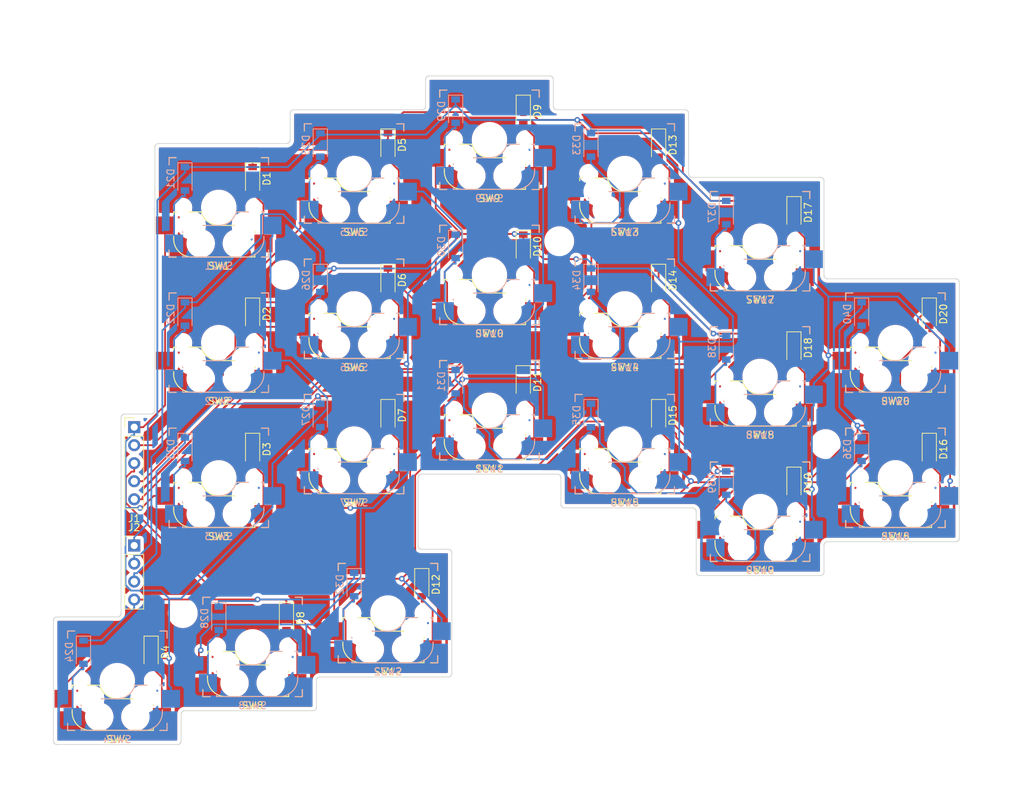
<source format=kicad_pcb>
(kicad_pcb (version 20211014) (generator pcbnew)
  (layers (0 "F.Cu" signal) (31 "B.Cu" signal) (34 "B.Paste" user) (35 "F.Paste" user) (36 "B.SilkS" user "B.Silkscreen") (37 "F.SilkS" user "F.Silkscreen") (38 "B.Mask" user) (39 "F.Mask" user) (44 "Edge.Cuts" user))
  (net 0 "")
  (net 1 "Net-(D1-Pad2)")
  (net 2 "row0")
  (net 3 "Net-(D2-Pad2)")
  (net 4 "row1")
  (net 5 "Net-(D3-Pad2)")
  (net 6 "row2")
  (net 7 "Net-(D4-Pad2)")
  (net 8 "row3")
  (net 9 "Net-(D5-Pad2)")
  (net 10 "Net-(D6-Pad2)")
  (net 11 "Net-(D7-Pad2)")
  (net 12 "Net-(D8-Pad2)")
  (net 13 "Net-(D9-Pad2)")
  (net 14 "Net-(D10-Pad2)")
  (net 15 "Net-(D11-Pad2)")
  (net 16 "Net-(D12-Pad2)")
  (net 17 "Net-(D13-Pad2)")
  (net 18 "Net-(D14-Pad2)")
  (net 19 "Net-(D15-Pad2)")
  (net 20 "Net-(D16-Pad2)")
  (net 21 "Net-(D17-Pad2)")
  (net 22 "Net-(D18-Pad2)")
  (net 23 "Net-(D19-Pad2)")
  (net 24 "Net-(D20-Pad2)")
  (net 25 "Net-(D21-Pad2)")
  (net 26 "Net-(D22-Pad2)")
  (net 27 "Net-(D23-Pad2)")
  (net 28 "Net-(D24-Pad2)")
  (net 29 "Net-(D25-Pad2)")
  (net 30 "Net-(D26-Pad2)")
  (net 31 "Net-(D27-Pad2)")
  (net 32 "Net-(D28-Pad2)")
  (net 33 "Net-(D29-Pad2)")
  (net 34 "Net-(D30-Pad2)")
  (net 35 "Net-(D31-Pad2)")
  (net 36 "Net-(D32-Pad2)")
  (net 37 "Net-(D33-Pad2)")
  (net 38 "Net-(D34-Pad2)")
  (net 39 "Net-(D35-Pad2)")
  (net 40 "Net-(D36-Pad2)")
  (net 41 "Net-(D37-Pad2)")
  (net 42 "Net-(D38-Pad2)")
  (net 43 "Net-(D39-Pad2)")
  (net 44 "Net-(D40-Pad2)")
  (net 45 "col4")
  (net 46 "col3")
  (net 47 "col2")
  (net 48 "col1")
  (net 49 "col0")
  (footprint "keyswitches:Kailh_socket_MX" (layer "F.Cu") (at 38.1 -9.525 180)
    (fp_text reference "SW32")
    (fp_text value "SW_Push")
  )
  (footprint "keyswitches:Kailh_socket_MX" (layer "F.Cu") (at 52.3875 -38.1 180)
    (fp_text reference "SW31")
    (fp_text value "SW_Push")
  )
  (footprint "keyswitches:Kailh_socket_MX" (layer "F.Cu") (at 14.2875 -66.675 180)
    (fp_text reference "SW21")
    (fp_text value "SW_Push")
  )
  (footprint "keyswitches:Kailh_socket_MX" (layer "F.Cu") (at 33.3375 -33.3375 180)
    (fp_text reference "SW27")
    (fp_text value "SW_Push")
  )
  (footprint "Connector_PinHeader_2.54mm:PinHeader_1x04_P2.54mm_Vertical" (layer "F.Cu") (at 2.3813 -19.05)
    (fp_text reference "J2")
    (fp_text value "Conn_01x04_Male")
  )
  (footprint "keyswitches:Kailh_socket_MX" (layer "F.Cu") (at 52.3875 -76.2 180)
    (fp_text reference "SW29")
    (fp_text value "SW_Push")
  )
  (footprint "Connector_PinHeader_2.54mm:PinHeader_1x05_P2.54mm_Vertical" (layer "F.Cu") (at 2.3813 -35.7188)
    (fp_text reference "J1")
    (fp_text value "Conn_01x05_Male")
  )
  (footprint "keyswitches:Kailh_socket_MX" (layer "F.Cu") (at 71.4375 -71.4375 180)
    (fp_text reference "SW33")
    (fp_text value "SW_Push")
  )
  (footprint "Diode_SMD:D_SOD-123" (layer "F.Cu") (at 95.25 -65.9438 -90)
    (fp_text reference "D17")
    (fp_text value "D")
  )
  (footprint "MountingHole:MountingHole_3.2mm_M3" (layer "F.Cu") (at 99.7125 -33.3375)
    (fp_text reference "MH4" hide)
    (fp_text value "MountingHole_3.2mm_M3")
  )
  (footprint "Diode_SMD:D_SOD-123" (layer "F.Cu") (at 76.2 -75.4688 -90)
    (fp_text reference "D13")
    (fp_text value "D")
  )
  (footprint "Diode_SMD:D_SOD-123" (layer "F.Cu") (at 76.2 -56.4188 -90)
    (fp_text reference "D14")
    (fp_text value "D")
  )
  (footprint "keyswitches:Kailh_socket_MX" (layer "F.Cu") (at 109.538 -47.625 180)
    (fp_text reference "SW40")
    (fp_text value "SW_Push")
  )
  (footprint "keyswitches:Kailh_socket_MX" (layer "F.Cu") (at 33.3375 -71.4375 180)
    (fp_text reference "SW25")
    (fp_text value "SW_Push")
  )
  (footprint "MountingHole:MountingHole_3.2mm_M3" (layer "F.Cu") (at 62.2125 -61.9125)
    (fp_text reference "MH3" hide)
    (fp_text value "MountingHole_3.2mm_M3")
  )
  (footprint "MountingHole:MountingHole_3.2mm_M3" (layer "F.Cu") (at 23.5125 -57.15)
    (fp_text reference "MH2" hide)
    (fp_text value "MountingHole_3.2mm_M3")
  )
  (footprint "Diode_SMD:D_SOD-123" (layer "F.Cu") (at 19.05 -70.7062 -90)
    (fp_text reference "D1")
    (fp_text value "D")
  )
  (footprint "MountingHole:MountingHole_3.2mm_M3" (layer "F.Cu") (at 9.225 -9.525)
    (fp_text reference "MH1" hide)
    (fp_text value "MountingHole_3.2mm_M3")
  )
  (footprint "Diode_SMD:D_SOD-123" (layer "F.Cu") (at 19.05 -51.6562 -90)
    (fp_text reference "D2")
    (fp_text value "D")
  )
  (footprint "Diode_SMD:D_SOD-123" (layer "F.Cu") (at 114.3 -51.6562 -90)
    (fp_text reference "D20")
    (fp_text value "D")
  )
  (footprint "Diode_SMD:D_SOD-123" (layer "F.Cu") (at 19.05 -32.6062 -90)
    (fp_text reference "D3")
    (fp_text value "D")
  )
  (footprint "Diode_SMD:D_SOD-123" (layer "F.Cu") (at 4.7625 -4.0313 -90)
    (fp_text reference "D4")
    (fp_text value "D")
  )
  (footprint "Diode_SMD:D_SOD-123" (layer "F.Cu") (at 38.1 -75.4688 -90)
    (fp_text reference "D5")
    (fp_text value "D")
  )
  (footprint "Diode_SMD:D_SOD-123" (layer "F.Cu") (at 114.3 -32.6062 -90)
    (fp_text reference "D16")
    (fp_text value "D")
  )
  (footprint "Diode_SMD:D_SOD-123" (layer "F.Cu") (at 57.15 -61.1812 -90)
    (fp_text reference "D10")
    (fp_text value "D")
  )
  (footprint "Diode_SMD:D_SOD-123" (layer "F.Cu") (at 57.15 -42.1312 -90)
    (fp_text reference "D11")
    (fp_text value "D")
  )
  (footprint "Diode_SMD:D_SOD-123" (layer "F.Cu") (at 42.8625 -13.5562 -90)
    (fp_text reference "D12")
    (fp_text value "D")
  )
  (footprint "keyswitches:Kailh_socket_MX" (layer "F.Cu") (at 33.3375 -52.3875 180)
    (fp_text reference "SW26")
    (fp_text value "SW_Push")
  )
  (footprint "keyswitches:Kailh_socket_MX" (layer "F.Cu") (at 0 0 180)
    (fp_text reference "SW24")
    (fp_text value "SW_Push")
  )
  (footprint "Diode_SMD:D_SOD-123" (layer "F.Cu") (at 38.1 -56.4188 -90)
    (fp_text reference "D6")
    (fp_text value "D")
  )
  (footprint "Diode_SMD:D_SOD-123" (layer "F.Cu") (at 38.1 -37.3688 -90)
    (fp_text reference "D7")
    (fp_text value "D")
  )
  (footprint "Diode_SMD:D_SOD-123" (layer "F.Cu") (at 23.8125 -8.7938 -90)
    (fp_text reference "D8")
    (fp_text value "D")
  )
  (footprint "Diode_SMD:D_SOD-123" (layer "F.Cu") (at 57.15 -80.2312 -90)
    (fp_text reference "D9")
    (fp_text value "D")
  )
  (footprint "keyswitches:Kailh_socket_MX" (layer "F.Cu") (at 14.2875 -47.625 180)
    (fp_text reference "SW22")
    (fp_text value "SW_Push")
  )
  (footprint "keyswitches:Kailh_socket_MX" (layer "F.Cu") (at 14.2875 -28.575 180)
    (fp_text reference "SW23")
    (fp_text value "SW_Push")
  )
  (footprint "keyswitches:Kailh_socket_MX" (layer "F.Cu") (at 19.05 -4.7625 180)
    (fp_text reference "SW28")
    (fp_text value "SW_Push")
  )
  (footprint "keyswitches:Kailh_socket_MX" (layer "F.Cu") (at 71.4375 -33.3375 180)
    (fp_text reference "SW35")
    (fp_text value "SW_Push")
  )
  (footprint "keyswitches:Kailh_socket_MX" (layer "F.Cu") (at 90.4875 -42.8625 180)
    (fp_text reference "SW38")
    (fp_text value "SW_Push")
  )
  (footprint "keyswitches:Kailh_socket_MX" (layer "F.Cu") (at 90.4875 -61.9125 180)
    (fp_text reference "SW37")
    (fp_text value "SW_Push")
  )
  (footprint "keyswitches:Kailh_socket_MX" (layer "F.Cu") (at 109.538 -28.575 180)
    (fp_text reference "SW36")
    (fp_text value "SW_Push")
  )
  (footprint "keyswitches:Kailh_socket_MX" (layer "F.Cu") (at 52.3875 -57.15 180)
    (fp_text reference "SW30")
    (fp_text value "SW_Push")
  )
  (footprint "Diode_SMD:D_SOD-123" (layer "F.Cu") (at 95.25 -46.8938 -90)
    (fp_text reference "D18")
    (fp_text value "D")
  )
  (footprint "Diode_SMD:D_SOD-123" (layer "F.Cu") (at 95.25 -27.8438 -90)
    (fp_text reference "D19")
    (fp_text value "D")
  )
  (footprint "Diode_SMD:D_SOD-123" (layer "F.Cu") (at 76.2 -37.3688 -90)
    (fp_text reference "D15")
    (fp_text value "D")
  )
  (footprint "keyswitches:Kailh_socket_MX" (layer "F.Cu") (at 90.4875 -23.8125 180)
    (fp_text reference "SW39")
    (fp_text value "SW_Push")
  )
  (footprint "keyswitches:Kailh_socket_MX" (layer "F.Cu") (at 71.4375 -52.3875 180)
    (fp_text reference "SW34")
    (fp_text value "SW_Push")
  )
  (footprint "Diode_SMD:D_SOD-123" (layer "B.Cu") (at 9.525 -32.6062 -90)
    (fp_text reference "D23")
    (fp_text value "D")
  )
  (footprint "Diode_SMD:D_SOD-123" (layer "B.Cu") (at 9.525 -51.6562 -90)
    (fp_text reference "D22")
    (fp_text value "D")
  )
  (footprint "Diode_SMD:D_SOD-123" (layer "B.Cu") (at 28.575 -56.4188 -90)
    (fp_text reference "D26")
    (fp_text value "D")
  )
  (footprint "Diode_SMD:D_SOD-123" (layer "B.Cu") (at 14.2875 -8.7938 -90)
    (fp_text reference "D28")
    (fp_text value "D")
  )
  (footprint "keyswitches:Kailh_socket_MX" (layer "B.Cu") (at 33.3375 -71.4375)
    (fp_text reference "SW5")
    (fp_text value "SW_Push")
  )
  (footprint "keyswitches:Kailh_socket_MX" (layer "B.Cu") (at 0 0)
    (fp_text reference "SW4")
    (fp_text value "SW_Push")
  )
  (footprint "Diode_SMD:D_SOD-123" (layer "B.Cu") (at 9.525 -70.7062 -90)
    (fp_text reference "D21")
    (fp_text value "D")
  )
  (footprint "Diode_SMD:D_SOD-123" (layer "B.Cu") (at 28.575 -75.4688 -90)
    (fp_text reference "D25")
    (fp_text value "D")
  )
  (footprint "keyswitches:Kailh_socket_MX" (layer "B.Cu") (at 33.3375 -33.3375)
    (fp_text reference "SW7")
    (fp_text value "SW_Push")
  )
  (footprint "Diode_SMD:D_SOD-123" (layer "B.Cu") (at 33.3375 -13.5562 -90)
    (fp_text reference "D32")
    (fp_text value "D")
  )
  (footprint "Diode_SMD:D_SOD-123" (layer "B.Cu") (at 47.625 -42.1312 -90)
    (fp_text reference "D31")
    (fp_text value "D")
  )
  (footprint "keyswitches:Kailh_socket_MX" (layer "B.Cu") (at 90.4875 -23.8125)
    (fp_text reference "SW19")
    (fp_text value "SW_Push")
  )
  (footprint "keyswitches:Kailh_socket_MX" (layer "B.Cu") (at 33.3375 -52.3875)
    (fp_text reference "SW6")
    (fp_text value "SW_Push")
  )
  (footprint "Diode_SMD:D_SOD-123" (layer "B.Cu") (at 47.625 -61.1812 -90)
    (fp_text reference "D30")
    (fp_text value "D")
  )
  (footprint "Diode_SMD:D_SOD-123" (layer "B.Cu") (at 47.625 -80.2312 -90)
    (fp_text reference "D29")
    (fp_text value "D")
  )
  (footprint "Diode_SMD:D_SOD-123" (layer "B.Cu") (at 66.675 -56.4188 -90)
    (fp_text reference "D34")
    (fp_text value "D")
  )
  (footprint "keyswitches:Kailh_socket_MX" (layer "B.Cu") (at 19.05 -4.7625)
    (fp_text reference "SW8")
    (fp_text value "SW_Push")
  )
  (footprint "keyswitches:Kailh_socket_MX" (layer "B.Cu") (at 14.2875 -47.625)
    (fp_text reference "SW2")
    (fp_text value "SW_Push")
  )
  (footprint "keyswitches:Kailh_socket_MX" (layer "B.Cu") (at 90.4875 -42.8625)
    (fp_text reference "SW18")
    (fp_text value "SW_Push")
  )
  (footprint "Diode_SMD:D_SOD-123" (layer "B.Cu") (at 66.675 -37.3688 -90)
    (fp_text reference "D35")
    (fp_text value "D")
  )
  (footprint "keyswitches:Kailh_socket_MX" (layer "B.Cu") (at 109.538 -47.625)
    (fp_text reference "SW20")
    (fp_text value "SW_Push")
  )
  (footprint "Diode_SMD:D_SOD-123" (layer "B.Cu") (at 66.675 -75.4688 -90)
    (fp_text reference "D33")
    (fp_text value "D")
  )
  (footprint "Diode_SMD:D_SOD-123" (layer "B.Cu") (at 85.725 -27.8438 -90)
    (fp_text reference "D39")
    (fp_text value "D")
  )
  (footprint "keyswitches:Kailh_socket_MX" (layer "B.Cu") (at 38.1 -9.525)
    (fp_text reference "SW12")
    (fp_text value "SW_Push")
  )
  (footprint "Diode_SMD:D_SOD-123" (layer "B.Cu") (at 85.725 -65.9438 -90)
    (fp_text reference "D37")
    (fp_text value "D")
  )
  (footprint "keyswitches:Kailh_socket_MX" (layer "B.Cu") (at 52.3875 -57.15)
    (fp_text reference "SW10")
    (fp_text value "SW_Push")
  )
  (footprint "Diode_SMD:D_SOD-123" (layer "B.Cu") (at 104.775 -32.6062 -90)
    (fp_text reference "D36")
    (fp_text value "D")
  )
  (footprint "keyswitches:Kailh_socket_MX" (layer "B.Cu") (at 52.3875 -38.1)
    (fp_text reference "SW11")
    (fp_text value "SW_Push")
  )
  (footprint "keyswitches:Kailh_socket_MX" (layer "B.Cu") (at 90.4875 -61.9125)
    (fp_text reference "SW17")
    (fp_text value "SW_Push")
  )
  (footprint "Diode_SMD:D_SOD-123" (layer "B.Cu") (at 85.725 -46.8938 -90)
    (fp_text reference "D38")
    (fp_text value "D")
  )
  (footprint "Diode_SMD:D_SOD-123" (layer "B.Cu") (at 104.775 -51.6562 -90)
    (fp_text reference "D40")
    (fp_text value "D")
  )
  (footprint "keyswitches:Kailh_socket_MX" (layer "B.Cu") (at 71.4375 -33.3375)
    (fp_text reference "SW15")
    (fp_text value "SW_Push")
  )
  (footprint "keyswitches:Kailh_socket_MX" (layer "B.Cu") (at 71.4375 -52.3875)
    (fp_text reference "SW14")
    (fp_text value "SW_Push")
  )
  (footprint "Diode_SMD:D_SOD-123" (layer "B.Cu") (at -4.7625 -4.0313 -90)
    (fp_text reference "D24")
    (fp_text value "D")
  )
  (footprint "keyswitches:Kailh_socket_MX" (layer "B.Cu") (at 14.2875 -66.675)
    (fp_text reference "SW1")
    (fp_text value "SW_Push")
  )
  (footprint "keyswitches:Kailh_socket_MX" (layer "B.Cu") (at 109.538 -28.575)
    (fp_text reference "SW16")
    (fp_text value "SW_Push")
  )
  (footprint "Diode_SMD:D_SOD-123" (layer "B.Cu") (at 28.575 -37.3688 -90)
    (fp_text reference "D27")
    (fp_text value "D")
  )
  (footprint "keyswitches:Kailh_socket_MX" (layer "B.Cu") (at 52.3875 -76.2)
    (fp_text reference "SW9")
    (fp_text value "SW_Push")
  )
  (footprint "keyswitches:Kailh_socket_MX" (layer "B.Cu") (at 14.2875 -28.575)
    (fp_text reference "SW3")
    (fp_text value "SW_Push")
  )
  (footprint "keyswitches:Kailh_socket_MX" (layer "B.Cu") (at 71.4375 -71.4375)
    (fp_text reference "SW13")
    (fp_text value "SW_Push")
  )
  (gr_line (start 81.4886 -23.9317) (end 81.4974 -23.8389) (layer "Edge.Cuts") (width 0.1))
  (gr_line (start 5.00378 -37.6132) (end 4.94601 -37.5903) (layer "Edge.Cuts") (width 0.1))
  (gr_line (start 24.2087 -75.8253) (end 24.1632 -75.7826) (layer "Edge.Cuts") (width 0.1))
  (gr_line (start -8.6794 -8.95485) (end -8.68056 -8.95439) (layer "Edge.Cuts") (width 0.1))
  (gr_line (start 28.0755 -0.211746) (end 28.0762 -0.213669) (layer "Edge.Cuts") (width 0.1))
  (gr_line (start 81.4727 -23.9944) (end 81.4883 -23.9339) (layer "Edge.Cuts") (width 0.1))
  (gr_line (start 42.3433 -28.7259) (end 42.3438 -28.7279) (layer "Edge.Cuts") (width 0.1))
  (gr_line (start 98.9639 -70.9025) (end 98.9629 -70.9025) (layer "Edge.Cuts") (width 0.1))
  (gr_line (start 62.4227 -28.7569) (end 62.4382 -28.6964) (layer "Edge.Cuts") (width 0.1))
  (gr_line (start 80.6386 -70.9993) (end 80.637 -71.0005) (layer "Edge.Cuts") (width 0.1))
  (gr_line (start 9.22757 4.30641) (end 9.2821 4.27643) (layer "Edge.Cuts") (width 0.1))
  (gr_line (start 27.785 4.16628) (end 27.7861 4.16566) (layer "Edge.Cuts") (width 0.1))
  (gr_line (start 9.05365 4.49088) (end 9.08684 4.43857) (layer "Edge.Cuts") (width 0.1))
  (gr_line (start 80.4363 -71.3183) (end 80.4276 -71.4111) (layer "Edge.Cuts") (width 0.1))
  (gr_line (start 28.0152 3.88799) (end 28.0281 3.83772) (layer "Edge.Cuts") (width 0.1))
  (gr_line (start 42.7116 -18.5308) (end 42.7096 -18.5313) (layer "Edge.Cuts") (width 0.1))
  (gr_line (start 81.0504 -24.3436) (end 81.0524 -24.3433) (layer "Edge.Cuts") (width 0.1))
  (gr_line (start 24.5033 -80.2944) (end 24.5023 -80.2935) (layer "Edge.Cuts") (width 0.1))
  (gr_line (start 99.4817 -19.1399) (end 99.4933 -19.2009) (layer "Edge.Cuts") (width 0.1))
  (gr_line (start 62.0024 -29.1058) (end 62.0634 -29.0942) (layer "Edge.Cuts") (width 0.1))
  (gr_line (start 43.7069 -85.1544) (end 43.6524 -85.1288) (layer "Edge.Cuts") (width 0.1))
  (gr_line (start 80.4275 -71.413) (end 80.4275 -79.922) (layer "Edge.Cuts") (width 0.1))
  (gr_line (start 61.3612 -84.8211) (end 61.3609 -84.8223) (layer "Edge.Cuts") (width 0.1))
  (gr_line (start 62.286 -28.9723) (end 62.2871 -28.9712) (layer "Edge.Cuts") (width 0.1))
  (gr_line (start 99.1951 -70.8552) (end 99.1392 -70.8773) (layer "Edge.Cuts") (width 0.1))
  (gr_line (start 27.8379 4.13274) (end 27.8842 4.09438) (layer "Edge.Cuts") (width 0.1))
  (gr_line (start 99.1962 -70.8546) (end 99.1951 -70.8552) (layer "Edge.Cuts") (width 0.1))
  (gr_line (start 0.350693 -9.10759) (end 0.349319 -9.10648) (layer "Edge.Cuts") (width 0.1))
  (gr_line (start 118.511 -56.2473) (end 118.492 -56.3044) (layer "Edge.Cuts") (width 0.1))
  (gr_line (start 5.37434 -75.4365) (end 5.34535 -75.3837) (layer "Edge.Cuts") (width 0.1))
  (gr_line (start 61.6409 -80.4911) (end 61.5886 -80.5243) (layer "Edge.Cuts") (width 0.1))
  (gr_line (start 47.09 -1.04861) (end 47.09 -1.04956) (layer "Edge.Cuts") (width 0.1))
  (gr_line (start 0.844437 -37.5294) (end 0.789948 -37.5038) (layer "Edge.Cuts") (width 0.1))
  (gr_line (start -8.85602 8.83514) (end -8.81215 8.87634) (layer "Edge.Cuts") (width 0.1))
  (gr_line (start 80.1462 -80.3796) (end 80.1451 -80.3802) (layer "Edge.Cuts") (width 0.1))
  (gr_line (start 61.038 -85.1652) (end 60.9877 -85.1781) (layer "Edge.Cuts") (width 0.1))
  (gr_line (start 61.3863 -80.8433) (end 61.3776 -80.9361) (layer "Edge.Cuts") (width 0.1))
  (gr_line (start 42.4254 -28.9005) (end 42.4652 -28.9485) (layer "Edge.Cuts") (width 0.1))
  (gr_line (start 81.7787 -14.8703) (end 81.7799 -14.8698) (layer "Edge.Cuts") (width 0.1))
  (gr_line (start 81.7249 -14.9) (end 81.726 -14.8993) (layer "Edge.Cuts") (width 0.1))
  (gr_line (start 24.2849 -75.9302) (end 24.2838 -75.9284) (layer "Edge.Cuts") (width 0.1))
  (gr_line (start 118.523 -56.1867) (end 118.511 -56.2461) (layer "Edge.Cuts") (width 0.1))
  (gr_line (start 81.4974 -23.8389) (end 81.4975 -23.837) (layer "Edge.Cuts") (width 0.1))
  (gr_line (start 62.8373 -24.3594) (end 62.8388 -24.3591) (layer "Edge.Cuts") (width 0.1))
  (gr_line (start -8.83514 -8.85602) (end -8.87634 -8.81215) (layer "Edge.Cuts") (width 0.1))
  (gr_line (start 42.4652 -28.9485) (end 42.4663 -28.9496) (layer "Edge.Cuts") (width 0.1))
  (gr_line (start 99.4814 -19.1378) (end 99.4817 -19.1399) (layer "Edge.Cuts") (width 0.1))
  (gr_line (start 0.647858 -37.3862) (end 0.612518 -37.3376) (layer "Edge.Cuts") (width 0.1))
  (gr_line (start 99.1392 -70.8773) (end 99.138 -70.8777) (layer "Edge.Cuts") (width 0.1))
  (gr_line (start 5.37502 -75.4376) (end 5.37434 -75.4365) (layer "Edge.Cuts") (width 0.1))
  (gr_line (start -8.98997 8.48447) (end -8.9852 8.56049) (layer "Edge.Cuts") (width 0.1))
  (gr_line (start 47.0427 -0.817398) (end 47.0648 -0.873322) (layer "Edge.Cuts") (width 0.1))
  (gr_line (start 24.777 -80.4227) (end 24.7758 -80.4225) (layer "Edge.Cuts") (width 0.1))
  (gr_line (start 118.349 -56.5021) (end 118.3 -56.5375) (layer "Edge.Cuts") (width 0.1))
  (gr_line (start 0.612518 -37.3376) (end 0.611847 -37.3365) (layer "Edge.Cuts") (width 0.1))
  (gr_line (start 24.7164 -80.4112) (end 24.7151 -80.4109) (layer "Edge.Cuts") (width 0.1))
  (gr_line (start 99.4775 -15.3371) (end 99.4775 -19.0746) (layer "Edge.Cuts") (width 0.1))
  (gr_line (start 0.121414 -8.99924) (end 0.119202 -8.99884) (layer "Edge.Cuts") (width 0.1))
  (gr_line (start 99.4775 -19.0756) (end 99.4814 -19.1378) (layer "Edge.Cuts") (width 0.1))
  (gr_line (start 42.6196 -29.0611) (end 42.6212 -29.0618) (layer "Edge.Cuts") (width 0.1))
  (gr_line (start 43.2995 -80.637) (end 43.2598 -80.589) (layer "Edge.Cuts") (width 0.1))
  (gr_line (start 24.0538 -75.7132) (end 23.996 -75.6903) (layer "Edge.Cuts") (width 0.1))
  (gr_line (start 46.7794 -0.570145) (end 46.7806 -0.570602) (layer "Edge.Cuts") (width 0.1))
  (gr_line (start 62.5087 -24.6024) (end 62.5093 -24.6013) (layer "Edge.Cuts") (width 0.1))
  (gr_line (start 42.9817 -80.4363) (end 42.8889 -80.4276) (layer "Edge.Cuts") (width 0.1))
  (gr_line (start 43.2132 -80.5451) (end 43.2118 -80.544) (layer "Edge.Cuts") (width 0.1))
  (gr_line (start 4.78888 -37.5651) (end 4.787 -37.565) (layer "Edge.Cuts") (width 0.1))
  (gr_line (start 62.1262 -29.0738) (end 62.1823 -29.0474) (layer "Edge.Cuts") (width 0.1))
  (gr_line (start 5.34482 -75.3826) (end 5.32266 -75.3267) (layer "Edge.Cuts") (width 0.1))
  (gr_line (start 80.088 -80.4027) (end 80.0377 -80.4156) (layer "Edge.Cuts") (width 0.1))
  (gr_line (start 61.5378 -80.5663) (end 61.4951 -80.6118) (layer "Edge.Cuts") (width 0.1))
  (gr_line (start 0.51918 -9.37413) (end 0.518677 -9.37213) (layer "Edge.Cuts") (width 0.1))
  (gr_line (start 5.23486 -37.8302) (end 5.23384 -37.8284) (layer "Edge.Cuts") (width 0.1))
  (gr_line (start 23.9944 -75.6898) (end 23.9339 -75.6742) (layer "Edge.Cuts") (width 0.1))
  (gr_line (start 43.8257 -85.185) (end 43.7664 -85.1737) (layer "Edge.Cuts") (width 0.1))
  (gr_line (start 24.3113 -75.9863) (end 24.2849 -75.9302) (layer "Edge.Cuts") (width 0.1))
  (gr_line (start 24.3433 -76.1101) (end 24.3317 -76.0491) (layer "Edge.Cuts") (width 0.1))
  (gr_line (start 8.48447 8.98997) (end 8.56049 8.9852) (layer "Edge.Cuts") (width 0.1))
  (gr_line (start 80.2001 -80.35) (end 80.199 -80.3506) (layer "Edge.Cuts") (width 0.1))
  (gr_line (start 118.394 -56.4592) (end 118.394 -56.4601) (layer "Edge.Cuts") (width 0.1))
  (gr_line (start 46.9342 -0.668121) (end 46.9352 -0.668976) (layer "Edge.Cuts") (width 0.1))
  (gr_line (start 118.324 -19.679) (end 118.325 -19.6797) (layer "Edge.Cuts") (width 0.1))
  (gr_line (start 42.8889 -80.4276) (end 42.887 -80.4275) (layer "Edge.Cuts") (width 0.1))
  (gr_line (start 80.544 -71.0882) (end 80.5074 -71.1385) (layer "Edge.Cuts") (width 0.1))
  (gr_line (start 43.2118 -80.544) (end 43.1615 -80.5074) (layer "Edge.Cuts") (width 0.1))
  (gr_line (start 62.3686 -28.8724) (end 62.3986 -28.8179) (layer "Edge.Cuts") (width 0.1))
  (gr_line (start 99.7151 -19.5061) (end 99.7696 -19.5361) (layer "Edge.Cuts") (width 0.1))
  (gr_line (start 5.55244 -75.6038) (end 5.55135 -75.6032) (layer "Edge.Cuts") (width 0.1))
  (gr_line (start 80.6927 -70.9651) (end 80.6909 -70.9662) (layer "Edge.Cuts") (width 0.1))
  (gr_line (start 43.5523 -85.056) (end 43.5111 -85.0121) (layer "Edge.Cuts") (width 0.1))
  (gr_line (start 99.1681 -14.8581) (end 99.2225 -14.8837) (layer "Edge.Cuts") (width 0.1))
  (gr_line (start 46.956 -18.3601) (end 46.9122 -18.4013) (layer "Edge.Cuts") (width 0.1))
  (gr_line (start 8.96483 8.65167) (end 8.96523 8.65048) (layer "Edge.Cuts") (width 0.1))
  (gr_line (start 62.0654 -29.0937) (end 62.1242 -29.0745) (layer "Edge.Cuts") (width 0.1))
  (gr_line (start 5.29755 -75.1514) (end 5.2975 -75.1504) (layer "Edge.Cuts") (width 0.1))
  (gr_line (start 46.9352 -0.668976) (end 46.9763 -0.712845) (layer "Edge.Cuts") (width 0.1))
  (gr_line (start 28.3915 -0.509704) (end 28.3931 -0.510223) (layer "Edge.Cuts") (width 0.1))
  (gr_line (start 8.99002 4.73688) (end 8.99393 4.67464) (layer "Edge.Cuts") (width 0.1))
  (gr_line (start -8.96523 -8.65048) (end -8.97812 -8.60022) (layer "Edge.Cuts") (width 0.1))
  (gr_line (start 42.5118 -28.9924) (end 42.5132 -28.9935) (layer "Edge.Cuts") (width 0.1))
  (gr_line (start 81.837 -14.8473) (end 81.8873 -14.8344) (layer "Edge.Cuts") (width 0.1))
  (gr_line (start 99.7696 -19.5361) (end 99.7712 -19.5368) (layer "Edge.Cuts") (width 0.1))
  (gr_line (start 99.5137 -19.2637) (end 99.5401 -19.3198) (layer "Edge.Cuts") (width 0.1))
  (gr_line (start -8.78683 -8.89597) (end -8.78786 -8.89523) (layer "Edge.Cuts") (width 0.1))
  (gr_line (start 0.242889 -9.03893) (end 0.241287 -9.03818) (layer "Edge.Cuts") (width 0.1))
  (gr_line (start 43.7664 -85.1737) (end 43.7651 -85.1734) (layer "Edge.Cuts") (width 0.1))
  (gr_line (start 118.527 -20.0986) (end 118.527 -20.0995) (layer "Edge.Cuts") (width 0.1))
  (gr_line (start 99.249 -70.8257) (end 99.1962 -70.8546) (layer "Edge.Cuts") (width 0.1))
  (gr_line (start 46.9122 -18.4013) (end 46.9112 -18.4021) (layer "Edge.Cuts") (width 0.1))
  (gr_line (start 81.2341 -24.2838) (end 81.2864 -24.2507) (layer "Edge.Cuts") (width 0.1))
  (gr_line (start 8.96523 8.65048) (end 8.97812 8.60022) (layer "Edge.Cuts") (width 0.1))
  (gr_line (start 118.299 -56.5381) (end 118.246 -56.5671) (layer "Edge.Cuts") (width 0.1))
  (gr_line (start 81.6315 -14.9773) (end 81.6753 -14.9361) (layer "Edge.Cuts") (width 0.1))
  (gr_line (start 5.72701 -75.6602) (end 5.72575 -75.66) (layer "Edge.Cuts") (width 0.1))
  (gr_line (start 62.4382 -28.6964) (end 62.4386 -28.6942) (layer "Edge.Cuts") (width 0.1))
  (gr_line (start 118.273 -19.6462) (end 118.274 -19.6468) (layer "Edge.Cuts") (width 0.1))
  (gr_line (start 62.4638 -24.7164) (end 62.4641 -24.7151) (layer "Edge.Cuts") (width 0.1))
  (gr_line (start 99.4527 -15.162) (end 99.4656 -15.2123) (layer "Edge.Cuts") (width 0.1))
  (gr_line (start 24.3475 -79.9139) (end 24.3475 -79.9129) (layer "Edge.Cuts") (width 0.1))
  (gr_line (start 81.3799 -24.1632) (end 81.381 -24.1618) (layer "Edge.Cuts") (width 0.1))
  (gr_line (start 42.3637 -28.7887) (end 42.3901 -28.8448) (layer "Edge.Cuts") (width 0.1))
  (gr_line (start 24.3436 -76.1121) (end 24.3433 -76.1101) (layer "Edge.Cuts") (width 0.1))
  (gr_line (start 47.0125 -0.762436) (end 47.0132 -0.763489) (layer "Edge.Cuts") (width 0.1))
  (gr_line (start 5.23384 -37.8284) (end 5.20065 -37.7761) (layer "Edge.Cuts") (width 0.1))
  (gr_line (start 43.3613 -80.7488) (end 43.3349 -80.6927) (layer "Edge.Cuts") (width 0.1))
  (gr_line (start 28.0439 -0.08786) (end 28.0442 -0.089904) (layer "Edge.Cuts") (width 0.1))
  (gr_line (start 62.0004 -29.1061) (end 62.0024 -29.1058) (layer "Edge.Cuts") (width 0.1))
  (gr_line (start 46.6617 -0.539948) (end 46.7211 -0.551285) (layer "Edge.Cuts") (width 0.1))
  (gr_line (start 28.3931 -0.510223) (end 28.4536 -0.525757) (layer "Edge.Cuts") (width 0.1))
  (gr_line (start 42.489 -18.6527) (end 42.4878 -18.6538) (layer "Edge.Cuts") (width 0.1))
  (gr_line (start 81.5024 -15.2507) (end 81.5138 -15.1914) (layer "Edge.Cuts") (width 0.1))
  (gr_line (start 46.8626 -18.4375) (end 46.8615 -18.4381) (layer "Edge.Cuts") (width 0.1))
  (gr_line (start 79.9139 -80.4274) (end 79.9129 -80.4275) (layer "Edge.Cuts") (width 0.1))
  (gr_line (start 118.217 -19.6201) (end 118.218 -19.6206) (layer "Edge.Cuts") (width 0.1))
  (gr_line (start 8.78683 8.89597) (end 8.78786 8.89523) (layer "Edge.Cuts") (width 0.1))
  (gr_line (start -8.98999 -8.47543) (end -8.98997 8.48447) (layer "Edge.Cuts") (width 0.1))
  (gr_line (start 8.68056 8.95439) (end 8.73505 8.92877) (layer "Edge.Cuts") (width 0.1))
  (gr_line (start -8.87714 -8.81117) (end -8.91248 -8.76256) (layer "Edge.Cuts") (width 0.1))
  (gr_line (start 61.4264 -80.7196) (end 61.4257 -80.7212) (layer "Edge.Cuts") (width 0.1))
  (gr_line (start 81.5915 -15.0257) (end 81.5923 -15.0246) (layer "Edge.Cuts") (width 0.1))
  (gr_line (start -8.97838 -8.59868) (end -8.98994 -8.47638) (layer "Edge.Cuts") (width 0.1))
  (gr_line (start -8.48447 -8.98997) (end -8.56049 -8.9852) (layer "Edge.Cuts") (width 0.1))
  (gr_line (start 43.3349 -80.6927) (end 43.3338 -80.6909) (layer "Edge.Cuts") (width 0.1))
  (gr_line (start 46.7211 -0.551285) (end 46.7224 -0.551605) (layer "Edge.Cuts") (width 0.1))
  (gr_line (start 28.3321 -0.486069) (end 28.3337 -0.486816) (layer "Edge.Cuts") (width 0.1))
  (gr_line (start 42.5634 -29.03) (end 42.5651 -29.0311) (layer "Edge.Cuts") (width 0.1))
  (gr_line (start 5.50066 -75.571) (end 5.49963 -75.5702) (layer "Edge.Cuts") (width 0.1))
  (gr_line (start 8.94214 8.70874) (end 8.94267 8.7076) (layer "Edge.Cuts") (width 0.1))
  (gr_line (start 61.9383 -29.11) (end 62.0004 -29.1061) (layer "Edge.Cuts") (width 0.1))
  (gr_line (start 99.9861 -19.5849) (end 99.988 -19.585) (layer "Edge.Cuts") (width 0.1))
  (gr_line (start 62.787 -24.3723) (end 62.8373 -24.3594) (layer "Edge.Cuts") (width 0.1))
  (gr_line (start 43.3975 -84.6754) (end 43.3975 -80.9379) (layer "Edge.Cuts") (width 0.1))
  (gr_line (start 118.492 -56.3056) (end 118.466 -56.36) (layer "Edge.Cuts") (width 0.1))
  (gr_line (start 99.5412 -19.3216) (end 99.5743 -19.3739) (layer "Edge.Cuts") (width 0.1))
  (gr_line (start 42.4243 -28.8989) (end 42.4254 -28.9005) (layer "Edge.Cuts") (width 0.1))
  (gr_line (start 80.3327 -80.2254) (end 80.2944 -80.2717) (layer "Edge.Cuts") (width 0.1))
  (gr_line (start 62.0634 -29.0942) (end 62.0654 -29.0937) (layer "Edge.Cuts") (width 0.1))
  (gr_line (start -8.97371 8.62112) (end -8.97339 8.62234) (layer "Edge.Cuts") (width 0.1))
  (gr_line (start 61.3419 -84.8806) (end 61.3163 -84.935) (layer "Edge.Cuts") (width 0.1))
  (gr_line (start 24.3727 -80.0892) (end 24.3723 -80.088) (layer "Edge.Cuts") (width 0.1))
  (gr_line (start 43.475 -84.9626) (end 43.4743 -84.9615) (layer "Edge.Cuts") (width 0.1))
  (gr_line (start 28.0284 3.83618) (end 28.0399 3.71388) (layer "Edge.Cuts") (width 0.1))
  (gr_line (start 8.73505 8.92877) (end 8.73615 8.92816) (layer "Edge.Cuts") (width 0.1))
  (gr_line (start 80.6909 -70.9662) (end 80.6386 -70.9993) (layer "Edge.Cuts") (width 0.1))
  (gr_line (start 62.4831 -24.6569) (end 62.5087 -24.6024) (layer "Edge.Cuts") (width 0.1))
  (gr_line (start 42.3438 -28.7279) (end 42.3629 -28.7867) (layer "Edge.Cuts") (width 0.1))
  (gr_line (start 43.3933 -80.8726) (end 43.3817 -80.8116) (layer "Edge.Cuts") (width 0.1))
  (gr_line (start 27.6711 4.21121) (end 27.6723 4.21089) (layer "Edge.Cuts") (width 0.1))
  (gr_line (start 42.9839 -80.4367) (end 42.9817 -80.4363) (layer "Edge.Cuts") (width 0.1))
  (gr_line (start 99.7988 -56.6512) (end 99.7427 -56.6776) (layer "Edge.Cuts") (width 0.1))
  (gr_line (start 24.5496 -80.3327) (end 24.5033 -80.2944) (layer "Edge.Cuts") (width 0.1))
  (gr_line (start 99.9879 -56.615) (end 99.9867 -56.615) (layer "Edge.Cuts") (width 0.1))
  (gr_line (start 9.12767 4.38901) (end 9.12877 4.38785) (layer "Edge.Cuts") (width 0.1))
  (gr_line (start 5.80302 -75.665) (end 5.72701 -75.6602) (layer "Edge.Cuts") (width 0.1))
  (gr_line (start 28.0558 -0.150864) (end 28.0563 -0.152863) (layer "Edge.Cuts") (width 0.1))
  (gr_line (start 62.3299 -28.9257) (end 62.331 -28.9243) (layer "Edge.Cuts") (width 0.1))
  (gr_line (start 28.2257 -0.418518) (end 28.276 -0.455048) (layer "Edge.Cuts") (width 0.1))
  (gr_line (start 62.676 -24.4243) (end 62.7287 -24.3954) (layer "Edge.Cuts") (width 0.1))
  (gr_line (start 81.1742 -24.312) (end 81.1762 -24.3113) (layer "Edge.Cuts") (width 0.1))
  (gr_line (start 42.3757 -18.8087) (end 42.3528 -18.8665) (layer "Edge.Cuts") (width 0.1))
  (gr_line (start 9.40358 4.23674) (end 9.40579 4.23634) (layer "Edge.Cuts") (width 0.1))
  (gr_line (start 61.7616 -80.4433) (end 61.7596 -80.4438) (layer "Edge.Cuts") (width 0.1))
  (gr_line (start 118.45 -19.8124) (end 118.451 -19.8135) (layer "Edge.Cuts") (width 0.1))
  (gr_line (start 43.6513 -85.1282) (end 43.6006 -85.096) (layer "Edge.Cuts") (width 0.1))
  (gr_line (start 24.312 -75.9883) (end 24.3113 -75.9863) (layer "Edge.Cuts") (width 0.1))
  (gr_line (start 46.8076 -18.4677) (end 46.7517 -18.4898) (layer "Edge.Cuts") (width 0.1))
  (gr_line (start 47.0734 -18.1473) (end 47.0549 -18.2044) (layer "Edge.Cuts") (width 0.1))
  (gr_line (start -8.97339 8.62234) (end -8.95485 8.6794) (layer "Edge.Cuts") (width 0.1))
  (gr_line (start 61.6427 -80.4901) (end 61.6409 -80.4911) (layer "Edge.Cuts") (width 0.1))
  (gr_line (start 118.325 -19.6797) (end 118.372 -19.7181) (layer "Edge.Cuts") (width 0.1))
  (gr_line (start 61.3867 -80.8411) (end 61.3863 -80.8433) (layer "Edge.Cuts") (width 0.1))
  (gr_line (start 99.9246 -56.6189) (end 99.9226 -56.6192) (layer "Edge.Cuts") (width 0.1))
  (gr_line (start 0.535004 -9.50037) (end 0.534958 -9.49911) (layer "Edge.Cuts") (width 0.1))
  (gr_line (start 60.9862 -85.1784) (end 60.8639 -85.1899) (layer "Edge.Cuts") (width 0.1))
  (gr_line (start 43.5533 -85.0569) (end 43.5523 -85.056) (layer "Edge.Cuts") (width 0.1))
  (gr_line (start 9.50049 4.22749) (end 27.5345 4.22748) (layer "Edge.Cuts") (width 0.1))
  (gr_line (start 118.245 -56.5677) (end 118.189 -56.5898) (layer "Edge.Cuts") (width 0.1))
  (gr_line (start -8.56049 -8.9852) (end -8.56174 -8.98505) (layer "Edge.Cuts") (width 0.1))
  (gr_line (start 81.381 -24.1618) (end 81.4175 -24.1115) (layer "Edge.Cuts") (width 0.1))
  (gr_line (start 81.4186 -24.1099) (end 81.4486 -24.0554) (layer "Edge.Cuts") (width 0.1))
  (gr_line (start 81.4975 -23.837) (end 81.4975 -15.328) (layer "Edge.Cuts") (width 0.1))
  (gr_line (start 61.4951 -80.6118) (end 61.494 -80.6132) (layer "Edge.Cuts") (width 0.1))
  (gr_line (start 61.4257 -80.7212) (end 61.4028 -80.779) (layer "Edge.Cuts") (width 0.1))
  (gr_line (start 42.3367 -18.9286) (end 42.3363 -18.9308) (layer "Edge.Cuts") (width 0.1))
  (gr_line (start 23.9339 -75.6742) (end 23.9317 -75.6738) (layer "Edge.Cuts") (width 0.1))
  (gr_line (start 80.0892 -80.4023) (end 80.088 -80.4027) (layer "Edge.Cuts") (width 0.1))
  (gr_line (start 42.3523 -18.868) (end 42.3367 -18.9286) (layer "Edge.Cuts") (width 0.1))
  (gr_line (start 46.8615 -18.4381) (end 46.8087 -18.4671) (layer "Edge.Cuts") (width 0.1))
  (gr_line (start 62.1242 -29.0745) (end 62.1262 -29.0738) (layer "Edge.Cuts") (width 0.1))
  (gr_line (start 62.8388 -24.3591) (end 62.9611 -24.3475) (layer "Edge.Cuts") (width 0.1))
  (gr_line (start 118.414 -19.7628) (end 118.415 -19.7638) (layer "Edge.Cuts") (width 0.1))
  (gr_line (start -8.60022 8.97812) (end -8.59868 8.97838) (layer "Edge.Cuts") (width 0.1))
  (gr_line (start 42.3314 -28.6629) (end 42.3317 -28.6649) (layer "Edge.Cuts") (width 0.1))
  (gr_line (start 61.149 -85.1131) (end 61.0962 -85.1421) (layer "Edge.Cuts") (width 0.1))
  (gr_line (start 47.0851 -18.0867) (end 47.0737 -18.1461) (layer "Edge.Cuts") (width 0.1))
  (gr_line (start 46.8087 -18.4671) (end 46.8076 -18.4677) (layer "Edge.Cuts") (width 0.1))
  (gr_line (start 5.72575 -75.66) (end 5.66637 -75.6487) (layer "Edge.Cuts") (width 0.1))
  (gr_line (start 9.02545 4.55075) (end 9.02623 4.54883) (layer "Edge.Cuts") (width 0.1))
  (gr_line (start 61.9371 -29.11) (end 61.9383 -29.11) (layer "Edge.Cuts") (width 0.1))
  (gr_line (start 81.4883 -23.9339) (end 81.4886 -23.9317) (layer "Edge.Cuts") (width 0.1))
  (gr_line (start 43.4743 -84.9615) (end 43.4453 -84.9087) (layer "Edge.Cuts") (width 0.1))
  (gr_line (start 61.1501 -85.1125) (end 61.149 -85.1131) (layer "Edge.Cuts") (width 0.1))
  (gr_line (start 0.499542 -9.31325) (end 0.498764 -9.31133) (layer "Edge.Cuts") (width 0.1))
  (gr_line (start 80.3923 -80.1169) (end 80.3919 -80.1181) (layer "Edge.Cuts") (width 0.1))
  (gr_line (start 28.3337 -0.486816) (end 28.3915 -0.509704) (layer "Edge.Cuts") (width 0.1))
  (gr_line (start 99.4776 -57.1236) (end 99.4775 -57.1255) (layer "Edge.Cuts") (width 0.1))
  (gr_line (start 99.6618 -19.4674) (end 99.6632 -19.4685) (layer "Edge.Cuts") (width 0.1))
  (gr_line (start 24.7758 -80.4225) (end 24.7164 -80.4112) (layer "Edge.Cuts") (width 0.1))
  (gr_line (start 61.1996 -85.0763) (end 61.1987 -85.0771) (layer "Edge.Cuts") (width 0.1))
  (gr_line (start 99.3646 -15.0013) (end 99.4 -15.0499) (layer "Edge.Cuts") (width 0.1))
  (gr_line (start 8.56049 8.9852) (end 8.56174 8.98505) (layer "Edge.Cuts") (width 0.1))
  (gr_line (start 99.8596 -56.6313) (end 99.8008 -56.6505) (layer "Edge.Cuts") (width 0.1))
  (gr_line (start 8.62112 8.97371) (end 8.62234 8.97339) (layer "Edge.Cuts") (width 0.1))
  (gr_line (start 5.00539 -37.6139) (end 5.00378 -37.6132) (layer "Edge.Cuts") (width 0.1))
  (gr_line (start 61.539 -80.5652) (end 61.5378 -80.5663) (layer "Edge.Cuts") (width 0.1))
  (gr_line (start 8.87714 8.81117) (end 8.91248 8.76256) (layer "Edge.Cuts") (width 0.1))
  (gr_line (start 81.1762 -24.3113) (end 81.2323 -24.2849) (layer "Edge.Cuts") (width 0.1))
  (gr_line (start 99.3226 -14.9565) (end 99.3638 -15.0003) (layer "Edge.Cuts") (width 0.1))
  (gr_line (start 80.3657 -80.1736) (end 80.3335 -80.2243) (layer "Edge.Cuts") (width 0.1))
  (gr_line (start 8.94267 8.7076) (end 8.96483 8.65167) (layer "Edge.Cuts") (width 0.1))
  (gr_line (start 99.7427 -56.6776) (end 99.7409 -56.6786) (layer "Edge.Cuts") (width 0.1))
  (gr_line (start 61.7007 -80.463) (end 61.6988 -80.4637) (layer "Edge.Cuts") (width 0.1))
  (gr_line (start 80.4112 -80.0586) (end 80.4109 -80.0598) (layer "Edge.Cuts") (width 0.1))
  (gr_line (start -8.78786 -8.89523) (end -8.83423 -8.85687) (layer "Edge.Cuts") (width 0.1))
  (gr_line (start 8.98999 8.47543) (end 8.98999 4.73787) (layer "Edge.Cuts") (width 0.1))
  (gr_line (start 27.9263 4.049649) (end 27.9271 4.04868) (layer "Edge.Cuts") (width 0.1))
  (gr_line (start 99.7712 -19.5368) (end 99.829 -19.5597) (layer "Edge.Cuts") (width 0.1))
  (gr_line (start 8.99419 4.67259) (end 9.00581 4.61163) (layer "Edge.Cuts") (width 0.1))
  (gr_line (start 24.4612 -80.2496) (end 24.4604 -80.2487) (layer "Edge.Cuts") (width 0.1))
  (gr_line (start 81.6763 -14.9353) (end 81.7249 -14.9) (layer "Edge.Cuts") (width 0.1))
  (gr_line (start 28.1777 -0.373489) (end 28.1788 -0.374649) (layer "Edge.Cuts") (width 0.1))
  (gr_line (start 118.433 -56.4118) (end 118.433 -56.4129) (layer "Edge.Cuts") (width 0.1))
  (gr_line (start 81.1154 -24.3312) (end 81.1742 -24.312) (layer "Edge.Cuts") (width 0.1))
  (gr_line (start 43.2598 -80.589) (end 43.2587 -80.5878) (layer "Edge.Cuts") (width 0.1))
  (gr_line (start -8.62234 -8.97339) (end -8.6794 -8.95485) (layer "Edge.Cuts") (width 0.1))
  (gr_line (start 24.3475 -79.9129) (end 24.3475 -76.1754) (layer "Edge.Cuts") (width 0.1))
  (gr_line (start 42.5386 -18.6118) (end 42.537 -18.6129) (layer "Edge.Cuts") (width 0.1))
  (gr_line (start 43.7651 -85.1734) (end 43.7081 -85.1548) (layer "Edge.Cuts") (width 0.1))
  (gr_line (start 60.9877 -85.1781) (end 60.9862 -85.1784) (layer "Edge.Cuts") (width 0.1))
  (gr_line (start 61.0951 -85.1427) (end 61.0392 -85.1648) (layer "Edge.Cuts") (width 0.1))
  (gr_line (start 62.4523 -24.777) (end 62.4524 -24.7758) (layer "Edge.Cuts") (width 0.1))
  (gr_line (start 99.5564 -56.8526) (end 99.5264 -56.9071) (layer "Edge.Cuts") (width 0.1))
  (gr_line (start 43.4091 -84.7987) (end 43.3975 -84.6764) (layer "Edge.Cuts") (width 0.1))
  (gr_line (start 80.5074 -71.1385) (end 80.5064 -71.1401) (layer "Edge.Cuts") (width 0.1))
  (gr_line (start 81.8358 -14.8477) (end 81.837 -14.8473) (layer "Edge.Cuts") (width 0.1))
  (gr_line (start 118.013 -56.615) (end 99.9879 -56.615) (layer "Edge.Cuts") (width 0.1))
  (gr_line (start 9.12877 4.38785) (end 9.1743 4.34509) (layer "Edge.Cuts") (width 0.1))
  (gr_line (start 99.8616 -56.6308) (end 99.8596 -56.6313) (layer "Edge.Cuts") (width 0.1))
  (gr_line (start 9.34148 4.25279) (end 9.34312 4.25227) (layer "Edge.Cuts") (width 0.1))
  (gr_line (start 99.1086 -14.8388) (end 99.1098 -14.8391) (layer "Edge.Cuts") (width 0.1))
  (gr_line (start 62.331 -28.9243) (end 62.3675 -28.874) (layer "Edge.Cuts") (width 0.1))
  (gr_line (start -8.59868 8.97838) (end -8.47638 8.98994) (layer "Edge.Cuts") (width 0.1))
  (gr_line (start 0.026382 -8.99008) (end 0.024505 -8.98999) (layer "Edge.Cuts") (width 0.1))
  (gr_line (start 46.9763 -0.712845) (end 46.9771 -0.713821) (layer "Edge.Cuts") (width 0.1))
  (gr_line (start 99.4725 -70.4742) (end 99.4612 -70.5336) (layer "Edge.Cuts") (width 0.1))
  (gr_line (start 8.78786 8.89523) (end 8.83423 8.85687) (layer "Edge.Cuts") (width 0.1))
  (gr_line (start 80.3335 -80.2243) (end 80.3327 -80.2254) (layer "Edge.Cuts") (width 0.1))
  (gr_line (start 27.8842 4.09438) (end 27.8851 4.09352) (layer "Edge.Cuts") (width 0.1))
  (gr_line (start 60.8629 -85.19) (end 43.903 -85.19) (layer "Edge.Cuts") (width 0.1))
  (gr_line (start 99.3638 -15.0003) (end 99.3646 -15.0013) (layer "Edge.Cuts") (width 0.1))
  (gr_line (start 27.7294 4.19235) (end 27.7306 4.19189) (layer "Edge.Cuts") (width 0.1))
  (gr_line (start 46.9952 -18.3129) (end 46.9569 -18.3592) (layer "Edge.Cuts") (width 0.1))
  (gr_line (start 81.5593 -15.0763) (end 81.5915 -15.0257) (layer "Edge.Cuts") (width 0.1))
  (gr_line (start 0.964508 -37.5602) (end 0.963257 -37.56) (layer "Edge.Cuts") (width 0.1))
  (gr_line (start 27.9271 4.04868) (end 27.9625 4.00006) (layer "Edge.Cuts") (width 0.1))
  (gr_line (start 80.637 -71.0005) (end 80.589 -71.0402) (layer "Edge.Cuts") (width 0.1))
  (gr_line (start 0.559769 -37.2255) (end 0.546875 -37.1752) (layer "Edge.Cuts") (width 0.1))
  (gr_line (start 99.4867 -57.0286) (end 99.4863 -57.0308) (layer "Edge.Cuts") (width 0.1))
  (gr_line (start 42.3629 -28.7867) (end 42.3637 -28.7887) (layer "Edge.Cuts") (width 0.1))
  (gr_line (start 42.3275 -19.0255) (end 42.3275 -28.5996) (layer "Edge.Cuts") (width 0.1))
  (gr_line (start 8.99393 4.67464) (end 8.99419 4.67259) (layer "Edge.Cuts") (width 0.1))
  (gr_line (start 5.28117 -37.9471) (end 5.26204 -37.8882) (layer "Edge.Cuts") (width 0.1))
  (gr_line (start 80.8116 -70.9183) (end 80.8096 -70.9188) (layer "Edge.Cuts") (width 0.1))
  (gr_line (start 99.4727 -70.473) (end 99.4725 -70.4742) (layer "Edge.Cuts") (width 0.1))
  (gr_line (start -8.73615 -8.92816) (end -8.78683 -8.89597) (layer "Edge.Cuts") (width 0.1))
  (gr_line (start -8.97812 -8.60022) (end -8.97838 -8.59868) (layer "Edge.Cuts") (width 0.1))
  (gr_line (start 28.04 -0.025619) (end 28.0439 -0.08786) (layer "Edge.Cuts") (width 0.1))
  (gr_line (start 61.5886 -80.5243) (end 61.587 -80.5255) (layer "Edge.Cuts") (width 0.1))
  (gr_line (start 24.5507 -80.3335) (end 24.5496 -80.3327) (layer "Edge.Cuts") (width 0.1))
  (gr_line (start 24.425 -80.2001) (end 24.4243 -80.199) (layer "Edge.Cuts") (width 0.1))
  (gr_line (start -8.89597 8.78683) (end -8.89523 8.78786) (layer "Edge.Cuts") (width 0.1))
  (gr_line (start -8.91248 -8.76256) (end -8.91315 -8.76151) (layer "Edge.Cuts") (width 0.1))
  (gr_line (start 62.1841 -29.0463) (end 62.2364 -29.0132) (layer "Edge.Cuts") (width 0.1))
  (gr_line (start 5.2933 -38.0101) (end 5.28168 -37.9491) (layer "Edge.Cuts") (width 0.1))
  (gr_line (start 62.6253 -24.4612) (end 62.6263 -24.4604) (layer "Edge.Cuts") (width 0.1))
  (gr_line (start 62.4222 -28.7585) (end 62.4227 -28.7569) (layer "Edge.Cuts") (width 0.1))
  (gr_line (start 27.6105 4.2227) (end 27.6117 4.22255) (layer "Edge.Cuts") (width 0.1))
  (gr_line (start -8.94214 -8.70874) (end -8.94267 -8.7076) (layer "Edge.Cuts") (width 0.1))
  (gr_line (start 24.4243 -80.199) (end 24.3954 -80.1462) (layer "Edge.Cuts") (width 0.1))
  (gr_line (start 5.20065 -37.7761) (end 5.19954 -37.7745) (layer "Edge.Cuts") (width 0.1))
  (gr_line (start 62.4386 -28.6942) (end 62.4474 -28.6014) (layer "Edge.Cuts") (width 0.1))
  (gr_line (start 4.94601 -37.5903) (end 4.94437 -37.5898) (layer "Edge.Cuts") (width 0.1))
  (gr_line (start 24.1115 -75.7449) (end 24.1099 -75.7439) (layer "Edge.Cuts") (width 0.1))
  (gr_line (start 118.35 -56.5013) (end 118.349 -56.5021) (layer "Edge.Cuts") (width 0.1))
  (gr_line (start -8.95485 8.6794) (end -8.95439 8.68056) (layer "Edge.Cuts") (width 0.1))
  (gr_line (start -8.65167 8.96483) (end -8.65048 8.96523) (layer "Edge.Cuts") (width 0.1))
  (gr_line (start 81.4722 -23.996) (end 81.4727 -23.9944) (layer "Edge.Cuts") (width 0.1))
  (gr_line (start 46.7505 -18.4902) (end 46.7002 -18.5031) (layer "Edge.Cuts") (width 0.1))
  (gr_line (start 80.1451 -80.3802) (end 80.0892 -80.4023) (layer "Edge.Cuts") (width 0.1))
  (gr_line (start 42.5927 -18.5776) (end 42.5909 -18.5786) (layer "Edge.Cuts") (width 0.1))
  (gr_line (start 47.0852 -18.0855) (end 47.0851 -18.0867) (layer "Edge.Cuts") (width 0.1))
  (gr_line (start 5.29356 -38.0121) (end 5.2933 -38.0101) (layer "Edge.Cuts") (width 0.1))
  (gr_line (start 9.40579 4.23634) (end 9.49861 4.22758) (layer "Edge.Cuts") (width 0.1))
  (gr_line (start 24.3475 -76.1741) (end 24.3436 -76.1121) (layer "Edge.Cuts") (width 0.1))
  (gr_line (start 43.1038 -80.4757) (end 43.046 -80.4528) (layer "Edge.Cuts") (width 0.1))
  (gr_line (start 8.97812 8.60022) (end 8.97838 8.59868) (layer "Edge.Cuts") (width 0.1))
  (gr_line (start 80.4528 -71.254) (end 80.4523 -71.2555) (layer "Edge.Cuts") (width 0.1))
  (gr_line (start 62.4524 -24.7758) (end 62.4638 -24.7164) (layer "Edge.Cuts") (width 0.1))
  (gr_line (start 61.4023 -80.7805) (end 61.3867 -80.8411) (layer "Edge.Cuts") (width 0.1))
  (gr_line (start 46.5754 -18.515) (end 42.8379 -18.515) (layer "Edge.Cuts") (width 0.1))
  (gr_line (start 99.9867 -56.615) (end 99.9246 -56.6189) (layer "Edge.Cuts") (width 0.1))
  (gr_line (start 61.3776 -80.9361) (end 61.3775 -80.938) (layer "Edge.Cuts") (width 0.1))
  (gr_line (start 9.49861 4.22758) (end 9.50049 4.22749) (layer "Edge.Cuts") (width 0.1))
  (gr_line (start -8.92816 8.73615) (end -8.89597 8.78683) (layer "Edge.Cuts") (width 0.1))
  (gr_line (start 28.5486 -0.534912) (end 28.5505 -0.535004) (layer "Edge.Cuts") (width 0.1))
  (gr_line (start 80.4367 -71.3161) (end 80.4363 -71.3183) (layer "Edge.Cuts") (width 0.1))
  (gr_line (start 42.838 -29.11) (end 61.9371 -29.11) (layer "Edge.Cuts") (width 0.1))
  (gr_line (start 42.4074 -18.7509) (end 42.4064 -18.7526) (layer "Edge.Cuts") (width 0.1))
  (gr_line (start 43.1054 -80.4764) (end 43.1038 -80.4757) (layer "Edge.Cuts") (width 0.1))
  (gr_line (start 42.8367 -18.515) (end 42.7746 -18.5189) (layer "Edge.Cuts") (width 0.1))
  (gr_line (start 118.492 -56.3044) (end 118.492 -56.3056) (layer "Edge.Cuts") (width 0.1))
  (gr_line (start 118.527 -20.0995) (end 118.527 -56.1095) (layer "Edge.Cuts") (width 0.1))
  (gr_line (start 99.988 -19.585) (end 118.022 -19.585) (layer "Edge.Cuts") (width 0.1))
  (gr_line (start 42.7726 -18.5192) (end 42.7116 -18.5308) (layer "Edge.Cuts") (width 0.1))
  (gr_line (start 47.0648 -0.873322) (end 47.0652 -0.874512) (layer "Edge.Cuts") (width 0.1))
  (gr_line (start 5.32227 -75.3255) (end 5.30937 -75.2752) (layer "Edge.Cuts") (width 0.1))
  (gr_line (start 27.6723 4.21089) (end 27.7294 4.19235) (layer "Edge.Cuts") (width 0.1))
  (gr_line (start 46.7224 -0.551605) (end 46.7794 -0.570145) (layer "Edge.Cuts") (width 0.1))
  (gr_line (start 24.6569 -80.3919) (end 24.6024 -80.3663) (layer "Edge.Cuts") (width 0.1))
  (gr_line (start 99.8008 -56.6505) (end 99.7988 -56.6512) (layer "Edge.Cuts") (width 0.1))
  (gr_line (start 99.5574 -56.851) (end 99.5564 -56.8526) (layer "Edge.Cuts") (width 0.1))
  (gr_line (start 99.8306 -19.5602) (end 99.8911 -19.5757) (layer "Edge.Cuts") (width 0.1))
  (gr_line (start 0.18187 -9.01477) (end 0.121414 -8.99924) (layer "Edge.Cuts") (width 0.1))
  (gr_line (start 118.16 -19.6016) (end 118.217 -19.6201) (layer "Edge.Cuts") (width 0.1))
  (gr_line (start 81.3371 -24.2087) (end 81.3799 -24.1632) (layer "Edge.Cuts") (width 0.1))
  (gr_line (start 5.34535 -75.3837) (end 5.34482 -75.3826) (layer "Edge.Cuts") (width 0.1))
  (gr_line (start 5.2975 -38.0754) (end 5.29745 -38.0741) (layer "Edge.Cuts") (width 0.1))
  (gr_line (start 99.4656 -15.2123) (end 99.4659 -15.2138) (layer "Edge.Cuts") (width 0.1))
  (gr_line (start 81.4486 -24.0554) (end 81.4493 -24.0538) (layer "Edge.Cuts") (width 0.1))
  (gr_line (start 24.3594 -80.0377) (end 24.3591 -80.0362) (layer "Edge.Cuts") (width 0.1))
  (gr_line (start 42.3275 -28.6006) (end 42.3314 -28.6629) (layer "Edge.Cuts") (width 0.1))
  (gr_line (start 9.28371 4.27568) (end 9.34148 4.25279) (layer "Edge.Cuts") (width 0.1))
  (gr_line (start 118.372 -19.7181) (end 118.373 -19.719) (layer "Edge.Cuts") (width 0.1))
  (gr_line (start -8.92877 8.73505) (end -8.92816 8.73615) (layer "Edge.Cuts") (width 0.1))
  (gr_line (start 80.2496 -80.3138) (end 80.2487 -80.3146) (layer "Edge.Cuts") (width 0.1))
  (gr_line (start 62.1823 -29.0474) (end 62.1841 -29.0463) (layer "Edge.Cuts") (width 0.1))
  (gr_line (start 24.5023 -80.2935) (end 24.4612 -80.2496) (layer "Edge.Cuts") (width 0.1))
  (gr_line (start 47.09 -1.04956) (end 47.09 -18.0095) (layer "Edge.Cuts") (width 0.1))
  (gr_line (start 9.00581 4.61163) (end 9.00632 4.60963) (layer "Edge.Cuts") (width 0.1))
  (gr_line (start 61.2444 -85.0342) (end 61.2435 -85.0351) (layer "Edge.Cuts") (width 0.1))
  (gr_line (start 23.9317 -75.6738) (end 23.8389 -75.6651) (layer "Edge.Cuts") (width 0.1))
  (gr_line (start 60.8639 -85.1899) (end 60.8629 -85.19) (layer "Edge.Cuts") (width 0.1))
  (gr_line (start 46.9771 -0.713821) (end 47.0125 -0.762436) (layer "Edge.Cuts") (width 0.1))
  (gr_line (start 43.5103 -85.0112) (end 43.475 -84.9626) (layer "Edge.Cuts") (width 0.1))
  (gr_line (start 27.7306 4.19189) (end 27.785 4.16628) (layer "Edge.Cuts") (width 0.1))
  (gr_line (start 43.3975 -80.9379) (end 43.3974 -80.9366) (layer "Edge.Cuts") (width 0.1))
  (gr_line (start 0.582855 -37.2837) (end 0.582321 -37.2826) (layer "Edge.Cuts") (width 0.1))
  (gr_line (start 99.687 -56.713) (end 99.639 -56.7527) (layer "Edge.Cuts") (width 0.1))
  (gr_line (start 99.5257 -56.9087) (end 99.5028 -56.9665) (layer "Edge.Cuts") (width 0.1))
  (gr_line (start 62.2871 -28.9712) (end 62.3299 -28.9257) (layer "Edge.Cuts") (width 0.1))
  (gr_line (start 80.4276 -71.4111) (end 80.4275 -71.413) (layer "Edge.Cuts") (width 0.1))
  (gr_line (start 24.3591 -80.0362) (end 24.3475 -79.9139) (layer "Edge.Cuts") (width 0.1))
  (gr_line (start 5.66637 -75.6487) (end 5.66515 -75.6484) (layer "Edge.Cuts") (width 0.1))
  (gr_line (start 42.7411 -29.1008) (end 42.7433 -29.1012) (layer "Edge.Cuts") (width 0.1))
  (gr_line (start 24.1632 -75.7826) (end 24.1618 -75.7815) (layer "Edge.Cuts") (width 0.1))
  (gr_line (start 80.4275 -79.922) (end 80.4227 -79.998) (layer "Edge.Cuts") (width 0.1))
  (gr_line (start 43.4094 -84.8002) (end 43.4091 -84.7987) (layer "Edge.Cuts") (width 0.1))
  (gr_line (start 5.28168 -37.9491) (end 5.28117 -37.9471) (layer "Edge.Cuts") (width 0.1))
  (gr_line (start -8.83423 -8.85687) (end -8.83514 -8.85602) (layer "Edge.Cuts") (width 0.1))
  (gr_line (start 118.451 -19.8135) (end 118.48 -19.8662) (layer "Edge.Cuts") (width 0.1))
  (gr_line (start 43.5111 -85.0121) (end 43.5103 -85.0112) (layer "Edge.Cuts") (width 0.1))
  (gr_line (start 24.6024 -80.3663) (end 24.6013 -80.3657) (layer "Edge.Cuts") (width 0.1))
  (gr_line (start 99.2754 -14.9173) (end 99.3217 -14.9556) (layer "Edge.Cuts") (width 0.1))
  (gr_line (start 61.0962 -85.1421) (end 61.0951 -85.1427) (layer "Edge.Cuts") (width 0.1))
  (gr_line (start 62.7299 -24.3948) (end 62.7858 -24.3727) (layer "Edge.Cuts") (width 0.1))
  (gr_line (start 61.3727 -84.7605) (end 61.3725 -84.7617) (layer "Edge.Cuts") (width 0.1))
  (gr_line (start 42.8361 -29.1099) (end 42.838 -29.11) (layer "Edge.Cuts") (width 0.1))
  (gr_line (start 5.66515 -75.6484) (end 5.60809 -75.6299) (layer "Edge.Cuts") (width 0.1))
  (gr_line (start 42.6488 -18.5512) (end 42.5927 -18.5776) (layer "Edge.Cuts") (width 0.1))
  (gr_line (start 9.05263 4.49271) (end 9.05365 4.49088) (layer "Edge.Cuts") (width 0.1))
  (gr_line (start 24.3948 -80.1451) (end 24.3727 -80.0892) (layer "Edge.Cuts") (width 0.1))
  (gr_line (start 81.726 -14.8993) (end 81.7787 -14.8703) (layer "Edge.Cuts") (width 0.1))
  (gr_line (start 118.516 -19.9748) (end 118.516 -19.9763) (layer "Edge.Cuts") (width 0.1))
  (gr_line (start 42.8379 -18.515) (end 42.8367 -18.515) (layer "Edge.Cuts") (width 0.1))
  (gr_line (start 42.5132 -28.9935) (end 42.5634 -29.03) (layer "Edge.Cuts") (width 0.1))
  (gr_line (start 47.0737 -18.1461) (end 47.0734 -18.1473) (layer "Edge.Cuts") (width 0.1))
  (gr_line (start 9.34312 4.25227) (end 9.40358 4.23674) (layer "Edge.Cuts") (width 0.1))
  (gr_line (start 61.1987 -85.0771) (end 61.1501 -85.1125) (layer "Edge.Cuts") (width 0.1))
  (gr_line (start 118.394 -56.4601) (end 118.35 -56.5013) (layer "Edge.Cuts") (width 0.1))
  (gr_line (start 28.1788 -0.374649) (end 28.2243 -0.417404) (layer "Edge.Cuts") (width 0.1))
  (gr_line (start 8.83423 8.85687) (end 8.83514 8.85602) (layer "Edge.Cuts") (width 0.1))
  (gr_line (start 42.4878 -18.6538) (end 42.4451 -18.6993) (layer "Edge.Cuts") (width 0.1))
  (gr_line (start 9.2821 4.27643) (end 9.28371 4.27568) (layer "Edge.Cuts") (width 0.1))
  (gr_line (start 24.3475 -76.1754) (end 24.3475 -76.1741) (layer "Edge.Cuts") (width 0.1))
  (gr_line (start 80.7507 -70.938) (end 80.7488 -70.9387) (layer "Edge.Cuts") (width 0.1))
  (gr_line (start 1.04053 -37.565) (end 0.964508 -37.5602) (layer "Edge.Cuts") (width 0.1))
  (gr_line (start 24.2098 -75.8265) (end 24.2087 -75.8253) (layer "Edge.Cuts") (width 0.1))
  (gr_line (start 99.5743 -19.3739) (end 99.5755 -19.3755) (layer "Edge.Cuts") (width 0.1))
  (gr_line (start 81.8873 -14.8344) (end 81.8888 -14.8341) (layer "Edge.Cuts") (width 0.1))
  (gr_line (start 47.0282 -18.2611) (end 46.996 -18.3118) (layer "Edge.Cuts") (width 0.1))
  (gr_line (start 24.2838 -75.9284) (end 24.2507 -75.8761) (layer "Edge.Cuts") (width 0.1))
  (gr_line (start 28.0442 -0.089904) (end 28.0558 -0.150864) (layer "Edge.Cuts") (width 0.1))
  (gr_line (start 80.9379 -70.9025) (end 80.9367 -70.9025) (layer "Edge.Cuts") (width 0.1))
  (gr_line (start 99.2501 -70.825) (end 99.249 -70.8257) (layer "Edge.Cuts") (width 0.1))
  (gr_line (start 0.90387 -37.5487) (end 0.902649 -37.5484) (layer "Edge.Cuts") (width 0.1))
  (gr_line (start 28.1026 -0.269791) (end 28.1037 -0.271622) (layer "Edge.Cuts") (width 0.1))
  (gr_line (start -8.56174 -8.98505) (end -8.62112 -8.97371) (layer "Edge.Cuts") (width 0.1))
  (gr_line (start 118.415 -19.7638) (end 118.45 -19.8124) (layer "Edge.Cuts") (width 0.1))
  (gr_line (start 24.853 -80.4275) (end 24.777 -80.4227) (layer "Edge.Cuts") (width 0.1))
  (gr_line (start 99.513 -19.2617) (end 99.5137 -19.2637) (layer "Edge.Cuts") (width 0.1))
  (gr_line (start 42.3275 -28.5996) (end 42.3275 -28.6006) (layer "Edge.Cuts") (width 0.1))
  (gr_line (start 9.17567 4.34398) (end 9.22595 4.30745) (layer "Edge.Cuts") (width 0.1))
  (gr_line (start 62.4826 -24.6581) (end 62.4831 -24.6569) (layer "Edge.Cuts") (width 0.1))
  (gr_line (start 42.5909 -18.5786) (end 42.5386 -18.6118) (layer "Edge.Cuts") (width 0.1))
  (gr_line (start 80.0377 -80.4156) (end 80.0362 -80.4159) (layer "Edge.Cuts") (width 0.1))
  (gr_line (start 8.91315 8.76151) (end 8.94214 8.70874) (layer "Edge.Cuts") (width 0.1))
  (gr_line (start 62.4475 -28.5995) (end 62.4475 -24.853) (layer "Edge.Cuts") (width 0.1))
  (gr_line (start 8.87634 8.81215) (end 8.87714 8.81117) (layer "Edge.Cuts") (width 0.1))
  (gr_line (start 0.788849 -37.5032) (end 0.738159 -37.471) (layer "Edge.Cuts") (width 0.1))
  (gr_line (start 99.3835 -70.6993) (end 99.3827 -70.7004) (layer "Edge.Cuts") (width 0.1))
  (gr_line (start 24.6013 -80.3657) (end 24.5507 -80.3335) (layer "Edge.Cuts") (width 0.1))
  (gr_line (start 61.8246 -80.4314) (end 61.8226 -80.4317) (layer "Edge.Cuts") (width 0.1))
  (gr_line (start 24.4604 -80.2487) (end 24.425 -80.2001) (layer "Edge.Cuts") (width 0.1))
  (gr_line (start 42.537 -18.6129) (end 42.489 -18.6527) (layer "Edge.Cuts") (width 0.1))
  (gr_line (start 80.8726 -70.9067) (end 80.8116 -70.9183) (layer "Edge.Cuts") (width 0.1))
  (gr_line (start -8.68056 -8.95439) (end -8.73505 -8.92877) (layer "Edge.Cuts") (width 0.1))
  (gr_line (start 99.5951 -56.7993) (end 99.594 -56.8007) (layer "Edge.Cuts") (width 0.1))
  (gr_line (start 27.6117 4.22255) (end 27.6711 4.21121) (layer "Edge.Cuts") (width 0.1))
  (gr_line (start 4.787 -37.565) (end 1.04053 -37.565) (layer "Edge.Cuts") (width 0.1))
  (gr_line (start 0.472366 -9.2552) (end 0.471344 -9.25337) (layer "Edge.Cuts") (width 0.1))
  (gr_line (start 0.241287 -9.03818) (end 0.183517 -9.01529) (layer "Edge.Cuts") (width 0.1))
  (gr_line (start 62.5093 -24.6013) (end 62.5415 -24.5507) (layer "Edge.Cuts") (width 0.1))
  (gr_line (start -8.94267 -8.7076) (end -8.96483 -8.65167) (layer "Edge.Cuts") (width 0.1))
  (gr_line (start 62.238 -29.012) (end 62.286 -28.9723) (layer "Edge.Cuts") (width 0.1))
  (gr_line (start 118.136 -56.6034) (end 118.014 -56.6149) (layer "Edge.Cuts") (width 0.1))
  (gr_line (start 118.48 -19.8662) (end 118.48 -19.8674) (layer "Edge.Cuts") (width 0.1))
  (gr_line (start 0.471344 -9.25337) (end 0.438156 -9.20107) (layer "Edge.Cuts") (width 0.1))
  (gr_line (start 118.274 -19.6468) (end 118.324 -19.679) (layer "Edge.Cuts") (width 0.1))
  (gr_line (start 0.738159 -37.471) (end 0.737137 -37.4702) (layer "Edge.Cuts") (width 0.1))
  (gr_line (start -8.81215 8.87634) (end -8.81117 8.87714) (layer "Edge.Cuts") (width 0.1))
  (gr_line (start 81.2864 -24.2507) (end 81.288 -24.2495) (layer "Edge.Cuts") (width 0.1))
  (gr_line (start 80.4109 -80.0598) (end 80.3923 -80.1169) (layer "Edge.Cuts") (width 0.1))
  (gr_line (start 82.0121 -14.8225) (end 98.972 -14.8225) (layer "Edge.Cuts") (width 0.1))
  (gr_line (start 62.5815 -24.5023) (end 62.6253 -24.4612) (layer "Edge.Cuts") (width 0.1))
  (gr_line (start 28.2776 -0.456085) (end 28.3321 -0.486069) (layer "Edge.Cuts") (width 0.1))
  (gr_line (start 27.5345 4.22748) (end 27.6105 4.2227) (layer "Edge.Cuts") (width 0.1))
  (gr_line (start 28.138 -0.32547) (end 28.1777 -0.373489) (layer "Edge.Cuts") (width 0.1))
  (gr_line (start 5.11182 -37.6815) (end 5.06154 -37.6449) (layer "Edge.Cuts") (width 0.1))
  (gr_line (start 61.8879 -80.4275) (end 61.8867 -80.4275) (layer "Edge.Cuts") (width 0.1))
  (gr_line (start 99.5401 -19.3198) (end 99.5412 -19.3216) (layer "Edge.Cuts") (width 0.1))
  (gr_line (start 99.9226 -56.6192) (end 99.8616 -56.6308) (layer "Edge.Cuts") (width 0.1))
  (gr_line (start 47.0421 -0.816254) (end 47.0427 -0.817398) (layer "Edge.Cuts") (width 0.1))
  (gr_line (start -8.7076 8.94267) (end -8.65167 8.96483) (layer "Edge.Cuts") (width 0.1))
  (gr_line (start 23.837 -75.665) (end 5.80302 -75.665) (layer "Edge.Cuts") (width 0.1))
  (gr_line (start 82.0111 -14.8225) (end 82.0121 -14.8225) (layer "Edge.Cuts") (width 0.1))
  (gr_line (start 118.014 -56.6149) (end 118.013 -56.615) (layer "Edge.Cuts") (width 0.1))
  (gr_line (start 43.3817 -80.8116) (end 43.3812 -80.8096) (layer "Edge.Cuts") (width 0.1))
  (gr_line (start 80.8746 -70.9064) (end 80.8726 -70.9067) (layer "Edge.Cuts") (width 0.1))
  (gr_line (start 79.9129 -80.4275) (end 61.8879 -80.4275) (layer "Edge.Cuts") (width 0.1))
  (gr_line (start 4.88391 -37.5742) (end 4.8817 -37.5738) (layer "Edge.Cuts") (width 0.1))
  (gr_line (start 118.218 -19.6206) (end 118.273 -19.6462) (layer "Edge.Cuts") (width 0.1))
  (gr_line (start 99.8933 -19.5761) (end 99.9861 -19.5849) (layer "Edge.Cuts") (width 0.1))
  (gr_line (start 81.4175 -24.1115) (end 81.4186 -24.1099) (layer "Edge.Cuts") (width 0.1))
  (gr_line (start 61.494 -80.6132) (end 61.4574 -80.6635) (layer "Edge.Cuts") (width 0.1))
  (gr_line (start 62.3993 -28.8163) (end 62.4222 -28.7585) (layer "Edge.Cuts") (width 0.1))
  (gr_line (start 80.4225 -79.9992) (end 80.4112 -80.0586) (layer "Edge.Cuts") (width 0.1))
  (gr_line (start 47.0544 -18.2056) (end 47.0288 -18.26) (layer "Edge.Cuts") (width 0.1))
  (gr_line (start 61.3157 -84.9361) (end 61.2835 -84.9868) (layer "Edge.Cuts") (width 0.1))
  (gr_line (start 0.349319 -9.10648) (end 0.299042 -9.06995) (layer "Edge.Cuts") (width 0.1))
  (gr_line (start 99.2225 -14.8837) (end 99.2236 -14.8843) (layer "Edge.Cuts") (width 0.1))
  (gr_line (start 62.9621 -24.3475) (end 80.9871 -24.3475) (layer "Edge.Cuts") (width 0.1))
  (gr_line (start 62.4641 -24.7151) (end 62.4826 -24.6581) (layer "Edge.Cuts") (width 0.1))
  (gr_line (start 81.6753 -14.9361) (end 81.6763 -14.9353) (layer "Edge.Cuts") (width 0.1))
  (gr_line (start 99.6632 -19.4685) (end 99.7135 -19.505) (layer "Edge.Cuts") (width 0.1))
  (gr_line (start 81.5587 -15.0774) (end 81.5593 -15.0763) (layer "Edge.Cuts") (width 0.1))
  (gr_line (start 42.3528 -18.8665) (end 42.3523 -18.868) (layer "Edge.Cuts") (width 0.1))
  (gr_line (start 28.0399 3.71388) (end 28.04 3.71294) (layer "Edge.Cuts") (width 0.1))
  (gr_line (start 0.299042 -9.06995) (end 0.297424 -9.06891) (layer "Edge.Cuts") (width 0.1))
  (gr_line (start 0.396225 -9.15034) (end 0.350693 -9.10759) (layer "Edge.Cuts") (width 0.1))
  (gr_line (start 5.60693 -75.6294) (end 5.55244 -75.6038) (layer "Edge.Cuts") (width 0.1))
  (gr_line (start 61.587 -80.5255) (end 61.539 -80.5652) (layer "Edge.Cuts") (width 0.1))
  (gr_line (start 42.7433 -29.1012) (end 42.8361 -29.1099) (layer "Edge.Cuts") (width 0.1))
  (gr_line (start 99.4933 -19.2009) (end 99.4938 -19.2029) (layer "Edge.Cuts") (width 0.1))
  (gr_line (start 118.188 -56.5902) (end 118.138 -56.6031) (layer "Edge.Cuts") (width 0.1))
  (gr_line (start 118.466 -56.3611) (end 118.433 -56.4118) (layer "Edge.Cuts") (width 0.1))
  (gr_line (start 5.60809 -75.6299) (end 5.60693 -75.6294) (layer "Edge.Cuts") (width 0.1))
  (gr_line (start 0.560165 -37.2267) (end 0.559769 -37.2255) (layer "Edge.Cuts") (width 0.1))
  (gr_line (start 0.845596 -37.5298) (end 0.844437 -37.5294) (layer "Edge.Cuts") (width 0.1))
  (gr_line (start 5.29745 -38.0741) (end 5.29356 -38.0121) (layer "Edge.Cuts") (width 0.1))
  (gr_line (start 62.9611 -24.3475) (end 62.9621 -24.3475) (layer "Edge.Cuts") (width 0.1))
  (gr_line (start 42.3911 -28.8466) (end 42.4243 -28.8989) (layer "Edge.Cuts") (width 0.1))
  (gr_line (start 46.9112 -18.4021) (end 46.8626 -18.4375) (layer "Edge.Cuts") (width 0.1))
  (gr_line (start 42.4451 -18.6993) (end 42.444 -18.7007) (layer "Edge.Cuts") (width 0.1))
  (gr_line (start 9.22595 4.30745) (end 9.22757 4.30641) (layer "Edge.Cuts") (width 0.1))
  (gr_line (start 5.15872 -37.7253) (end 5.11319 -37.6826) (layer "Edge.Cuts") (width 0.1))
  (gr_line (start 5.45235 -75.531) (end 5.41115 -75.4872) (layer "Edge.Cuts") (width 0.1))
  (gr_line (start 118.138 -56.6031) (end 118.136 -56.6034) (layer "Edge.Cuts") (width 0.1))
  (gr_line (start 42.3901 -28.8448) (end 42.3911 -28.8466) (layer "Edge.Cuts") (width 0.1))
  (gr_line (start 5.15982 -37.7265) (end 5.15872 -37.7253) (layer "Edge.Cuts") (width 0.1))
  (gr_line (start 43.3006 -80.6386) (end 43.2995 -80.637) (layer "Edge.Cuts") (width 0.1))
  (gr_line (start 42.4064 -18.7526) (end 42.3764 -18.8071) (layer "Edge.Cuts") (width 0.1))
  (gr_line (start 46.8868 -0.629028) (end 46.8879 -0.629761) (layer "Edge.Cuts") (width 0.1))
  (gr_line (start 81.1134 -24.3317) (end 81.1154 -24.3312) (layer "Edge.Cuts") (width 0.1))
  (gr_line (start 81.288 -24.2495) (end 81.336 -24.2098) (layer "Edge.Cuts") (width 0.1))
  (gr_line (start -8.76151 8.91315) (end -8.70874 8.94214) (layer "Edge.Cuts") (width 0.1))
  (gr_line (start 62.6749 -24.425) (end 62.676 -24.4243) (layer "Edge.Cuts") (width 0.1))
  (gr_line (start 118.433 -56.4129) (end 118.394 -56.4592) (layer "Edge.Cuts") (width 0.1))
  (gr_line (start 42.3764 -18.8071) (end 42.3757 -18.8087) (layer "Edge.Cuts") (width 0.1))
  (gr_line (start -8.47543 8.98999) (end 8.48447 8.98997) (layer "Edge.Cuts") (width 0.1))
  (gr_line (start 42.6212 -29.0618) (end 42.679 -29.0847) (layer "Edge.Cuts") (width 0.1))
  (gr_line (start 80.4757 -71.1962) (end 80.4528 -71.254) (layer "Edge.Cuts") (width 0.1))
  (gr_line (start 0.902649 -37.5484) (end 0.845596 -37.5298) (layer "Edge.Cuts") (width 0.1))
  (gr_line (start 43.4453 -84.9087) (end 43.4448 -84.9076) (layer "Edge.Cuts") (width 0.1))
  (gr_line (start 27.9625 4.00006) (end 27.9632 3.99901) (layer "Edge.Cuts") (width 0.1))
  (gr_line (start 62.5806 -24.5033) (end 62.5815 -24.5023) (layer "Edge.Cuts") (width 0.1))
  (gr_line (start 81.5923 -15.0246) (end 81.6306 -14.9783) (layer "Edge.Cuts") (width 0.1))
  (gr_line (start 99.4938 -19.2029) (end 99.513 -19.2617) (layer "Edge.Cuts") (width 0.1))
  (gr_line (start 9.02623 4.54883) (end 9.05263 4.49271) (layer "Edge.Cuts") (width 0.1))
  (gr_line (start 47.09 -18.0095) (end 47.0852 -18.0855) (layer "Edge.Cuts") (width 0.1))
  (gr_line (start 81.5326 -15.1331) (end 81.5331 -15.1319) (layer "Edge.Cuts") (width 0.1))
  (gr_line (start 28.0281 3.83772) (end 28.0284 3.83618) (layer "Edge.Cuts") (width 0.1))
  (gr_line (start 27.9921 3.94624) (end 27.9927 3.9451) (layer "Edge.Cuts") (width 0.1))
  (gr_line (start 24.3317 -76.0491) (end 24.3312 -76.0471) (layer "Edge.Cuts") (width 0.1))
  (gr_line (start 80.5064 -71.1401) (end 80.4764 -71.1946) (layer "Edge.Cuts") (width 0.1))
  (gr_line (start 5.45326 -75.5319) (end 5.45235 -75.531) (layer "Edge.Cuts") (width 0.1))
  (gr_line (start 5.2975 -75.1504) (end 5.2975 -38.0754) (layer "Edge.Cuts") (width 0.1))
  (gr_line (start -8.89523 8.78786) (end -8.85687 8.83423) (layer "Edge.Cuts") (width 0.1))
  (gr_line (start 8.83514 8.85602) (end 8.87634 8.81215) (layer "Edge.Cuts") (width 0.1))
  (gr_line (start 5.55135 -75.6032) (end 5.50066 -75.571) (layer "Edge.Cuts") (width 0.1))
  (gr_line (start 8.56174 8.98505) (end 8.62112 8.97371) (layer "Edge.Cuts") (width 0.1))
  (gr_line (start 61.8226 -80.4317) (end 61.7616 -80.4433) (layer "Edge.Cuts") (width 0.1))
  (gr_line (start -8.91315 -8.76151) (end -8.94214 -8.70874) (layer "Edge.Cuts") (width 0.1))
  (gr_line (start 42.7096 -18.5313) (end 42.6507 -18.5504) (layer "Edge.Cuts") (width 0.1))
  (gr_line (start 99.829 -19.5597) (end 99.8306 -19.5602) (layer "Edge.Cuts") (width 0.1))
  (gr_line (start 43.3812 -80.8096) (end 43.362 -80.7507) (layer "Edge.Cuts") (width 0.1))
  (gr_line (start -8.87634 -8.81215) (end -8.87714 -8.81117) (layer "Edge.Cuts") (width 0.1))
  (gr_line (start 8.62234 8.97339) (end 8.6794 8.95485) (layer "Edge.Cuts") (width 0.1))
  (gr_line (start 5.41035 -75.4862) (end 5.37502 -75.4376) (layer "Edge.Cuts") (width 0.1))
  (gr_line (start 99.4424 -70.5919) (end 99.4419 -70.5931) (layer "Edge.Cuts") (width 0.1))
  (gr_line (start 0.297424 -9.06891) (end 0.242889 -9.03893) (layer "Edge.Cuts") (width 0.1))
  (gr_line (start 28.1037 -0.271622) (end 28.1368 -0.323929) (layer "Edge.Cuts") (width 0.1))
  (gr_line (start 9.1743 4.34509) (end 9.17567 4.34398) (layer "Edge.Cuts") (width 0.1))
  (gr_line (start 99.6886 -56.7118) (end 99.687 -56.713) (layer "Edge.Cuts") (width 0.1))
  (gr_line (start 0.963257 -37.56) (end 0.90387 -37.5487) (layer "Edge.Cuts") (width 0.1))
  (gr_line (start 4.8817 -37.5738) (end 4.78888 -37.5651) (layer "Edge.Cuts") (width 0.1))
  (gr_line (start 46.7002 -18.5031) (end 46.6987 -18.5034) (layer "Edge.Cuts") (width 0.1))
  (gr_line (start 5.06154 -37.6449) (end 5.05992 -37.6439) (layer "Edge.Cuts") (width 0.1))
  (gr_line (start 99.8911 -19.5757) (end 99.8933 -19.5761) (layer "Edge.Cuts") (width 0.1))
  (gr_line (start 0.437042 -9.19952) (end 0.397324 -9.1515) (layer "Edge.Cuts") (width 0.1))
  (gr_line (start 80.2487 -80.3146) (end 80.2001 -80.35) (layer "Edge.Cuts") (width 0.1))
  (gr_line (start 46.9569 -18.3592) (end 46.956 -18.3601) (layer "Edge.Cuts") (width 0.1))
  (gr_line (start 43.3936 -80.8746) (end 43.3933 -80.8726) (layer "Edge.Cuts") (width 0.1))
  (gr_line (start 118.48 -19.8674) (end 118.502 -19.9233) (layer "Edge.Cuts") (width 0.1))
  (gr_line (start 47.0132 -0.763489) (end 47.0421 -0.816254) (layer "Edge.Cuts") (width 0.1))
  (gr_line (start 46.8351 -0.596222) (end 46.8362 -0.596832) (layer "Edge.Cuts") (width 0.1))
  (gr_line (start 5.19954 -37.7745) (end 5.15982 -37.7265) (layer "Edge.Cuts") (width 0.1))
  (gr_line (start 62.6263 -24.4604) (end 62.6749 -24.425) (layer "Edge.Cuts") (width 0.1))
  (gr_line (start 99.4774 -15.3361) (end 99.4775 -15.3371) (layer "Edge.Cuts") (width 0.1))
  (gr_line (start 28.5505 -0.535004) (end 46.5845 -0.535019) (layer "Edge.Cuts") (width 0.1))
  (gr_line (start 99.4775 -70.397) (end 99.4727 -70.473) (layer "Edge.Cuts") (width 0.1))
  (gr_line (start 5.05992 -37.6439) (end 5.00539 -37.6139) (layer "Edge.Cuts") (width 0.1))
  (gr_line (start 5.30911 -75.2737) (end 5.29755 -75.1514) (layer "Edge.Cuts") (width 0.1))
  (gr_line (start 99.4609 -70.5349) (end 99.4424 -70.5919) (layer "Edge.Cuts") (width 0.1))
  (gr_line (start 80.2944 -80.2717) (end 80.2935 -80.2726) (layer "Edge.Cuts") (width 0.1))
  (gr_line (start 61.2435 -85.0351) (end 61.1996 -85.0763) (layer "Edge.Cuts") (width 0.1))
  (gr_line (start 80.5878 -71.0413) (end 80.5451 -71.0868) (layer "Edge.Cuts") (width 0.1))
  (gr_line (start 80.9367 -70.9025) (end 80.8746 -70.9064) (layer "Edge.Cuts") (width 0.1))
  (gr_line (start 61.2827 -84.9879) (end 61.2444 -85.0342) (layer "Edge.Cuts") (width 0.1))
  (gr_line (start 118.099 -19.5899) (end 118.159 -19.6013) (layer "Edge.Cuts") (width 0.1))
  (gr_line (start 99.2743 -14.9165) (end 99.2754 -14.9173) (layer "Edge.Cuts") (width 0.1))
  (gr_line (start 46.6987 -18.5034) (end 46.5764 -18.5149) (layer "Edge.Cuts") (width 0.1))
  (gr_line (start 81.336 -24.2098) (end 81.3371 -24.2087) (layer "Edge.Cuts") (width 0.1))
  (gr_line (start 80.589 -71.0402) (end 80.5878 -71.0413) (layer "Edge.Cuts") (width 0.1))
  (gr_line (start -8.98505 8.56174) (end -8.97371 8.62112) (layer "Edge.Cuts") (width 0.1))
  (gr_line (start 0.648651 -37.3871) (end 0.647858 -37.3862) (layer "Edge.Cuts") (width 0.1))
  (gr_line (start 99.3435 -70.7477) (end 99.2997 -70.7888) (layer "Edge.Cuts") (width 0.1))
  (gr_line (start 99.0492 -14.8274) (end 99.1086 -14.8388) (layer "Edge.Cuts") (width 0.1))
  (gr_line (start 8.98999 4.73787) (end 8.99002 4.73688) (layer "Edge.Cuts") (width 0.1))
  (gr_line (start 99.5028 -56.9665) (end 99.5023 -56.968) (layer "Edge.Cuts") (width 0.1))
  (gr_line (start 61.8867 -80.4275) (end 61.8246 -80.4314) (layer "Edge.Cuts") (width 0.1))
  (gr_line (start 61.3725 -84.7617) (end 61.3612 -84.8211) (layer "Edge.Cuts") (width 0.1))
  (gr_line (start 62.7287 -24.3954) (end 62.7299 -24.3948) (layer "Edge.Cuts") (width 0.1))
  (gr_line (start -8.70874 8.94214) (end -8.7076 8.94267) (layer "Edge.Cuts") (width 0.1))
  (gr_line (start 61.2835 -84.9868) (end 61.2827 -84.9879) (layer "Edge.Cuts") (width 0.1))
  (gr_line (start 46.8362 -0.596832) (end 46.8868 -0.629028) (layer "Edge.Cuts") (width 0.1))
  (gr_line (start 81.5331 -15.1319) (end 81.5587 -15.0774) (layer "Edge.Cuts") (width 0.1))
  (gr_line (start 62.2364 -29.0132) (end 62.238 -29.012) (layer "Edge.Cuts") (width 0.1))
  (gr_line (start 42.679 -29.0847) (end 42.6806 -29.0852) (layer "Edge.Cuts") (width 0.1))
  (gr_line (start 42.444 -18.7007) (end 42.4074 -18.7509) (layer "Edge.Cuts") (width 0.1))
  (gr_line (start 24.2495 -75.8745) (end 24.2098 -75.8265) (layer "Edge.Cuts") (width 0.1))
  (gr_line (start 81.8888 -14.8341) (end 82.0111 -14.8225) (layer "Edge.Cuts") (width 0.1))
  (gr_line (start 23.996 -75.6903) (end 23.9944 -75.6898) (layer "Edge.Cuts") (width 0.1))
  (gr_line (start 5.41115 -75.4872) (end 5.41035 -75.4862) (layer "Edge.Cuts") (width 0.1))
  (gr_line (start 43.6524 -85.1288) (end 43.6513 -85.1282) (layer "Edge.Cuts") (width 0.1))
  (gr_line (start 27.8851 4.09352) (end 27.9263 4.049649) (layer "Edge.Cuts") (width 0.1))
  (gr_line (start 99.138 -70.8777) (end 99.0877 -70.8906) (layer "Edge.Cuts") (width 0.1))
  (gr_line (start 0.530807 -9.43509) (end 0.51918 -9.37413) (layer "Edge.Cuts") (width 0.1))
  (gr_line (start 81.0524 -24.3433) (end 81.1134 -24.3317) (layer "Edge.Cuts") (width 0.1))
  (gr_line (start 28.0148 3.88918) (end 28.0152 3.88799) (layer "Edge.Cuts") (width 0.1))
  (gr_line (start 118.511 -56.2461) (end 118.511 -56.2473) (layer "Edge.Cuts") (width 0.1))
  (gr_line (start 24.6581 -80.3923) (end 24.6569 -80.3919) (layer "Edge.Cuts") (width 0.1))
  (gr_line (start -8.81117 8.87714) (end -8.76256 8.91248) (layer "Edge.Cuts") (width 0.1))
  (gr_line (start 24.3312 -76.0471) (end 24.312 -75.9883) (layer "Edge.Cuts") (width 0.1))
  (gr_line (start 99.4007 -15.051) (end 99.4296 -15.1037) (layer "Edge.Cuts") (width 0.1))
  (gr_line (start 99.4157 -70.6487) (end 99.3835 -70.6993) (layer "Edge.Cuts") (width 0.1))
  (gr_line (start 61.3775 -80.938) (end 61.3775 -84.6845) (layer "Edge.Cuts") (width 0.1))
  (gr_line (start 24.3954 -80.1462) (end 24.3948 -80.1451) (layer "Edge.Cuts") (width 0.1))
  (gr_line (start 24.1618 -75.7815) (end 24.1115 -75.7449) (layer "Edge.Cuts") (width 0.1))
  (gr_line (start 62.5423 -24.5496) (end 62.5806 -24.5033) (layer "Edge.Cuts") (width 0.1))
  (gr_line (start 43.6006 -85.096) (end 43.5996 -85.0952) (layer "Edge.Cuts") (width 0.1))
  (gr_line (start 99.6152 -19.4235) (end 99.6163 -19.4246) (layer "Edge.Cuts") (width 0.1))
  (gr_line (start 43.3975 -84.6764) (end 43.3975 -84.6754) (layer "Edge.Cuts") (width 0.1))
  (gr_line (start 80.9871 -24.3475) (end 80.9883 -24.3475) (layer "Edge.Cuts") (width 0.1))
  (gr_line (start 5.49963 -75.5702) (end 5.45326 -75.5319) (layer "Edge.Cuts") (width 0.1))
  (gr_line (start 99.5755 -19.3755) (end 99.6152 -19.4235) (layer "Edge.Cuts") (width 0.1))
  (gr_line (start 61.0392 -85.1648) (end 61.038 -85.1652) (layer "Edge.Cuts") (width 0.1))
  (gr_line (start 81.5141 -15.1901) (end 81.5326 -15.1331) (layer "Edge.Cuts") (width 0.1))
  (gr_line (start 28.276 -0.455048) (end 28.2776 -0.456085) (layer "Edge.Cuts") (width 0.1))
  (gr_line (start 99.0862 -70.8909) (end 98.9639 -70.9025) (layer "Edge.Cuts") (width 0.1))
  (gr_line (start 24.3723 -80.088) (end 24.3594 -80.0377) (layer "Edge.Cuts") (width 0.1))
  (gr_line (start 99.4612 -70.5336) (end 99.4609 -70.5349) (layer "Edge.Cuts") (width 0.1))
  (gr_line (start 80.9883 -24.3475) (end 81.0504 -24.3436) (layer "Edge.Cuts") (width 0.1))
  (gr_line (start 8.97838 8.59868) (end 8.98994 8.47638) (layer "Edge.Cuts") (width 0.1))
  (gr_line (start 28.04 -0.024627) (end 28.04 -0.025619) (layer "Edge.Cuts") (width 0.1))
  (gr_line (start 80.8096 -70.9188) (end 80.7507 -70.938) (layer "Edge.Cuts") (width 0.1))
  (gr_line (start 0.546616 -37.1737) (end 0.535049 -37.0514) (layer "Edge.Cuts") (width 0.1))
  (gr_line (start 99.4523 -15.1608) (end 99.4527 -15.162) (layer "Edge.Cuts") (width 0.1))
  (gr_line (start 99.1098 -14.8391) (end 99.1669 -14.8576) (layer "Edge.Cuts") (width 0.1))
  (gr_line (start 43.3338 -80.6909) (end 43.3006 -80.6386) (layer "Edge.Cuts") (width 0.1))
  (gr_line (start 43.362 -80.7507) (end 43.3613 -80.7488) (layer "Edge.Cuts") (width 0.1))
  (gr_line (start 61.4574 -80.6635) (end 61.4564 -80.6651) (layer "Edge.Cuts") (width 0.1))
  (gr_line (start 0.534958 -9.49911) (end 0.531067 -9.43713) (layer "Edge.Cuts") (width 0.1))
  (gr_line (start 61.4564 -80.6651) (end 61.4264 -80.7196) (layer "Edge.Cuts") (width 0.1))
  (gr_line (start 43.4223 -84.8505) (end 43.4094 -84.8002) (layer "Edge.Cuts") (width 0.1))
  (gr_line (start -8.96483 -8.65167) (end -8.96523 -8.65048) (layer "Edge.Cuts") (width 0.1))
  (gr_line (start 118.022 -19.585) (end 118.098 -19.5898) (layer "Edge.Cuts") (width 0.1))
  (gr_line (start 0.690765 -37.4319) (end 0.68985 -37.431) (layer "Edge.Cuts") (width 0.1))
  (gr_line (start 42.3276 -19.0236) (end 42.3275 -19.0255) (layer "Edge.Cuts") (width 0.1))
  (gr_line (start 99.2997 -70.7888) (end 99.2987 -70.7896) (layer "Edge.Cuts") (width 0.1))
  (gr_line (start 43.1615 -80.5074) (end 43.1599 -80.5064) (layer "Edge.Cuts") (width 0.1))
  (gr_line (start 0.789948 -37.5038) (end 0.788849 -37.5032) (layer "Edge.Cuts") (width 0.1))
  (gr_line (start 61.7596 -80.4438) (end 61.7007 -80.463) (layer "Edge.Cuts") (width 0.1))
  (gr_line (start -8.85687 8.83423) (end -8.85602 8.83514) (layer "Edge.Cuts") (width 0.1))
  (gr_line (start 98.9629 -70.9025) (end 80.9379 -70.9025) (layer "Edge.Cuts") (width 0.1))
  (gr_line (start 4.94437 -37.5898) (end 4.88391 -37.5742) (layer "Edge.Cuts") (width 0.1))
  (gr_line (start 42.4663 -28.9496) (end 42.5118 -28.9924) (layer "Edge.Cuts") (width 0.1))
  (gr_line (start 99.3444 -70.7467) (end 99.3435 -70.7477) (layer "Edge.Cuts") (width 0.1))
  (gr_line (start 0.535049 -37.0514) (end 0.535004 -37.0504) (layer "Edge.Cuts") (width 0.1))
  (gr_line (start 0.518677 -9.37213) (end 0.499542 -9.31325) (layer "Edge.Cuts") (width 0.1))
  (gr_line (start 99.0877 -70.8906) (end 99.0862 -70.8909) (layer "Edge.Cuts") (width 0.1))
  (gr_line (start 99.048 -14.8273) (end 99.0492 -14.8274) (layer "Edge.Cuts") (width 0.1))
  (gr_line (start 99.7135 -19.505) (end 99.7151 -19.5061) (layer "Edge.Cuts") (width 0.1))
  (gr_line (start 5.26126 -37.8863) (end 5.23486 -37.8302) (layer "Edge.Cuts") (width 0.1))
  (gr_line (start 80.7488 -70.9387) (end 80.6927 -70.9651) (layer "Edge.Cuts") (width 0.1))
  (gr_line (start 62.7858 -24.3727) (end 62.787 -24.3723) (layer "Edge.Cuts") (width 0.1))
  (gr_line (start 28.0563 -0.152863) (end 28.0755 -0.211746) (layer "Edge.Cuts") (width 0.1))
  (gr_line (start 9.00632 4.60963) (end 9.02545 4.55075) (layer "Edge.Cuts") (width 0.1))
  (gr_line (start -8.9852 8.56049) (end -8.98505 8.56174) (layer "Edge.Cuts") (width 0.1))
  (gr_line (start 80.0362 -80.4159) (end 79.9139 -80.4274) (layer "Edge.Cuts") (width 0.1))
  (gr_line (start 81.5138 -15.1914) (end 81.5141 -15.1901) (layer "Edge.Cuts") (width 0.1))
  (gr_line (start 42.3317 -28.6649) (end 42.3433 -28.7259) (layer "Edge.Cuts") (width 0.1))
  (gr_line (start 47.0784 -0.926315) (end 47.09 -1.04861) (layer "Edge.Cuts") (width 0.1))
  (gr_line (start 8.91248 8.76256) (end 8.91315 8.76151) (layer "Edge.Cuts") (width 0.1))
  (gr_line (start 99.4659 -15.2138) (end 99.4774 -15.3361) (layer "Edge.Cuts") (width 0.1))
  (gr_line (start 0.183517 -9.01529) (end 0.18187 -9.01477) (layer "Edge.Cuts") (width 0.1))
  (gr_line (start 0.024505 -8.98999) (end -8.48447 -8.98997) (layer "Edge.Cuts") (width 0.1))
  (gr_line (start 80.3663 -80.1725) (end 80.3657 -80.1736) (layer "Edge.Cuts") (width 0.1))
  (gr_line (start 43.5996 -85.0952) (end 43.5533 -85.0569) (layer "Edge.Cuts") (width 0.1))
  (gr_line (start 0.611847 -37.3365) (end 0.582855 -37.2837) (layer "Edge.Cuts") (width 0.1))
  (gr_line (start 5.26204 -37.8882) (end 5.26126 -37.8863) (layer "Edge.Cuts") (width 0.1))
  (gr_line (start 27.9632 3.99901) (end 27.9921 3.94624) (layer "Edge.Cuts") (width 0.1))
  (gr_line (start 118.502 -19.9233) (end 118.503 -19.9245) (layer "Edge.Cuts") (width 0.1))
  (gr_line (start 118.3 -56.5375) (end 118.299 -56.5381) (layer "Edge.Cuts") (width 0.1))
  (gr_line (start 62.3986 -28.8179) (end 62.3993 -28.8163) (layer "Edge.Cuts") (width 0.1))
  (gr_line (start 46.996 -18.3118) (end 46.9952 -18.3129) (layer "Edge.Cuts") (width 0.1))
  (gr_line (start 24.2507 -75.8761) (end 24.2495 -75.8745) (layer "Edge.Cuts") (width 0.1))
  (gr_line (start 118.246 -56.5671) (end 118.245 -56.5677) (layer "Edge.Cuts") (width 0.1))
  (gr_line (start 0.531067 -9.43713) (end 0.530807 -9.43509) (layer "Edge.Cuts") (width 0.1))
  (gr_line (start 99.3217 -14.9556) (end 99.3226 -14.9565) (layer "Edge.Cuts") (width 0.1))
  (gr_line (start 42.5651 -29.0311) (end 42.6196 -29.0611) (layer "Edge.Cuts") (width 0.1))
  (gr_line (start 118.503 -19.9245) (end 118.516 -19.9748) (layer "Edge.Cuts") (width 0.1))
  (gr_line (start 80.3919 -80.1181) (end 80.3663 -80.1725) (layer "Edge.Cuts") (width 0.1))
  (gr_line (start 47.0288 -18.26) (end 47.0282 -18.2611) (layer "Edge.Cuts") (width 0.1))
  (gr_line (start 42.6806 -29.0852) (end 42.7411 -29.1008) (layer "Edge.Cuts") (width 0.1))
  (gr_line (start 46.8879 -0.629761) (end 46.9342 -0.668121) (layer "Edge.Cuts") (width 0.1))
  (gr_line (start 61.3609 -84.8223) (end 61.3423 -84.8794) (layer "Edge.Cuts") (width 0.1))
  (gr_line (start 80.4227 -79.998) (end 80.4225 -79.9992) (layer "Edge.Cuts") (width 0.1))
  (gr_line (start 43.046 -80.4528) (end 43.0444 -80.4523) (layer "Edge.Cuts") (width 0.1))
  (gr_line (start 80.5451 -71.0868) (end 80.544 -71.0882) (layer "Edge.Cuts") (width 0.1))
  (gr_line (start 80.2935 -80.2726) (end 80.2496 -80.3138) (layer "Edge.Cuts") (width 0.1))
  (gr_line (start 99.2236 -14.8843) (end 99.2743 -14.9165) (layer "Edge.Cuts") (width 0.1))
  (gr_line (start 99.639 -56.7527) (end 99.6378 -56.7538) (layer "Edge.Cuts") (width 0.1))
  (gr_line (start 118.373 -19.719) (end 118.414 -19.7628) (layer "Edge.Cuts") (width 0.1))
  (gr_line (start 47.0652 -0.874512) (end 47.0781 -0.924774) (layer "Edge.Cuts") (width 0.1))
  (gr_line (start 0.438156 -9.20107) (end 0.437042 -9.19952) (layer "Edge.Cuts") (width 0.1))
  (gr_line (start 99.4775 -57.1255) (end 99.4775 -70.397) (layer "Edge.Cuts") (width 0.1))
  (gr_line (start 99.1669 -14.8576) (end 99.1681 -14.8581) (layer "Edge.Cuts") (width 0.1))
  (gr_line (start 27.9927 3.9451) (end 28.0148 3.88918) (layer "Edge.Cuts") (width 0.1))
  (gr_line (start 43.2587 -80.5878) (end 43.2132 -80.5451) (layer "Edge.Cuts") (width 0.1))
  (gr_line (start 28.4536 -0.525757) (end 28.4558 -0.526154) (layer "Edge.Cuts") (width 0.1))
  (gr_line (start 118.527 -56.1095) (end 118.523 -56.1855) (layer "Edge.Cuts") (width 0.1))
  (gr_line (start 118.159 -19.6013) (end 118.16 -19.6016) (layer "Edge.Cuts") (width 0.1))
  (gr_line (start 46.6605 -0.539795) (end 46.6617 -0.539948) (layer "Edge.Cuts") (width 0.1))
  (gr_line (start 81.5023 -15.252) (end 81.5024 -15.2507) (layer "Edge.Cuts") (width 0.1))
  (gr_line (start 43.3974 -80.9366) (end 43.3936 -80.8746) (layer "Edge.Cuts") (width 0.1))
  (gr_line (start 81.2323 -24.2849) (end 81.2341 -24.2838) (layer "Edge.Cuts") (width 0.1))
  (gr_line (start 118.466 -56.36) (end 118.466 -56.3611) (layer "Edge.Cuts") (width 0.1))
  (gr_line (start 43.0444 -80.4523) (end 42.9839 -80.4367) (layer "Edge.Cuts") (width 0.1))
  (gr_line (start 27.7861 4.16566) (end 27.8368 4.13347) (layer "Edge.Cuts") (width 0.1))
  (gr_line (start 0.582321 -37.2826) (end 0.560165 -37.2267) (layer "Edge.Cuts") (width 0.1))
  (gr_line (start 61.4028 -80.779) (end 61.4023 -80.7805) (layer "Edge.Cuts") (width 0.1))
  (gr_line (start 28.4558 -0.526154) (end 28.5486 -0.534912) (layer "Edge.Cuts") (width 0.1))
  (gr_line (start -8.62112 -8.97371) (end -8.62234 -8.97339) (layer "Edge.Cuts") (width 0.1))
  (gr_line (start 42.7746 -18.5189) (end 42.7726 -18.5192) (layer "Edge.Cuts") (width 0.1))
  (gr_line (start 43.7081 -85.1548) (end 43.7069 -85.1544) (layer "Edge.Cuts") (width 0.1))
  (gr_line (start 46.5845 -0.535019) (end 46.6605 -0.539795) (layer "Edge.Cuts") (width 0.1))
  (gr_line (start 99.4 -15.0499) (end 99.4007 -15.051) (layer "Edge.Cuts") (width 0.1))
  (gr_line (start 99.4302 -15.1049) (end 99.4523 -15.1608) (layer "Edge.Cuts") (width 0.1))
  (gr_line (start 99.5264 -56.9071) (end 99.5257 -56.9087) (layer "Edge.Cuts") (width 0.1))
  (gr_line (start 43.4448 -84.9076) (end 43.4227 -84.8517) (layer "Edge.Cuts") (width 0.1))
  (gr_line (start 0.546875 -37.1752) (end 0.546616 -37.1737) (layer "Edge.Cuts") (width 0.1))
  (gr_line (start 99.4775 -19.0746) (end 99.4775 -19.0756) (layer "Edge.Cuts") (width 0.1))
  (gr_line (start 28.1368 -0.323929) (end 28.138 -0.32547) (layer "Edge.Cuts") (width 0.1))
  (gr_line (start 43.827 -85.1852) (end 43.8257 -85.185) (layer "Edge.Cuts") (width 0.1))
  (gr_line (start 61.3163 -84.935) (end 61.3157 -84.9361) (layer "Edge.Cuts") (width 0.1))
  (gr_line (start 118.516 -19.9763) (end 118.527 -20.0986) (layer "Edge.Cuts") (width 0.1))
  (gr_line (start 62.3675 -28.874) (end 62.3686 -28.8724) (layer "Edge.Cuts") (width 0.1))
  (gr_line (start 42.3363 -18.9308) (end 42.3276 -19.0236) (layer "Edge.Cuts") (width 0.1))
  (gr_line (start 24.7151 -80.4109) (end 24.6581 -80.3923) (layer "Edge.Cuts") (width 0.1))
  (gr_line (start 8.98994 8.47638) (end 8.98999 8.47543) (layer "Edge.Cuts") (width 0.1))
  (gr_line (start 118.098 -19.5898) (end 118.099 -19.5899) (layer "Edge.Cuts") (width 0.1))
  (gr_line (start 9.08684 4.43857) (end 9.08795 4.43703) (layer "Edge.Cuts") (width 0.1))
  (gr_line (start 80.4523 -71.2555) (end 80.4367 -71.3161) (layer "Edge.Cuts") (width 0.1))
  (gr_line (start 0.119202 -8.99884) (end 0.026382 -8.99008) (layer "Edge.Cuts") (width 0.1))
  (gr_line (start 61.3423 -84.8794) (end 61.3419 -84.8806) (layer "Edge.Cuts") (width 0.1))
  (gr_line (start 81.7799 -14.8698) (end 81.8358 -14.8477) (layer "Edge.Cuts") (width 0.1))
  (gr_line (start 5.11319 -37.6826) (end 5.11182 -37.6815) (layer "Edge.Cuts") (width 0.1))
  (gr_line (start 47.0781 -0.924774) (end 47.0784 -0.926315) (layer "Edge.Cuts") (width 0.1))
  (gr_line (start -8.98994 -8.47638) (end -8.98999 -8.47543) (layer "Edge.Cuts") (width 0.1))
  (gr_line (start 98.972 -14.8225) (end 99.048 -14.8273) (layer "Edge.Cuts") (width 0.1))
  (gr_line (start 62.4474 -28.6014) (end 62.4475 -28.5995) (layer "Edge.Cuts") (width 0.1))
  (gr_line (start 81.4975 -15.328) (end 81.5023 -15.252) (layer "Edge.Cuts") (width 0.1))
  (gr_line (start 0.535004 -37.0504) (end 0.535004 -9.50037) (layer "Edge.Cuts") (width 0.1))
  (gr_line (start 24.1099 -75.7439) (end 24.0554 -75.7139) (layer "Edge.Cuts") (width 0.1))
  (gr_line (start 62.5415 -24.5507) (end 62.5423 -24.5496) (layer "Edge.Cuts") (width 0.1))
  (gr_line (start 28.04 3.71294) (end 28.04 -0.024627) (layer "Edge.Cuts") (width 0.1))
  (gr_line (start 99.2987 -70.7896) (end 99.2501 -70.825) (layer "Edge.Cuts") (width 0.1))
  (gr_line (start 81.6306 -14.9783) (end 81.6315 -14.9773) (layer "Edge.Cuts") (width 0.1))
  (gr_line (start -8.73505 -8.92877) (end -8.73615 -8.92816) (layer "Edge.Cuts") (width 0.1))
  (gr_line (start 80.4764 -71.1946) (end 80.4757 -71.1962) (layer "Edge.Cuts") (width 0.1))
  (gr_line (start -8.65048 8.96523) (end -8.60022 8.97812) (layer "Edge.Cuts") (width 0.1))
  (gr_line (start 42.6507 -18.5504) (end 42.6488 -18.5512) (layer "Edge.Cuts") (width 0.1))
  (gr_line (start 81.4493 -24.0538) (end 81.4722 -23.996) (layer "Edge.Cuts") (width 0.1))
  (gr_line (start 23.8389 -75.6651) (end 23.837 -75.665) (layer "Edge.Cuts") (width 0.1))
  (gr_line (start 5.30937 -75.2752) (end 5.30911 -75.2737) (layer "Edge.Cuts") (width 0.1))
  (gr_line (start 118.523 -56.1855) (end 118.523 -56.1867) (layer "Edge.Cuts") (width 0.1))
  (gr_line (start 99.7409 -56.6786) (end 99.6886 -56.7118) (layer "Edge.Cuts") (width 0.1))
  (gr_line (start -8.47638 8.98994) (end -8.47543 8.98999) (layer "Edge.Cuts") (width 0.1))
  (gr_line (start 99.594 -56.8007) (end 99.5574 -56.851) (layer "Edge.Cuts") (width 0.1))
  (gr_line (start 99.5023 -56.968) (end 99.4867 -57.0286) (layer "Edge.Cuts") (width 0.1))
  (gr_line (start 0.68985 -37.431) (end 0.648651 -37.3871) (layer "Edge.Cuts") (width 0.1))
  (gr_line (start 61.3775 -84.6845) (end 61.3727 -84.7605) (layer "Edge.Cuts") (width 0.1))
  (gr_line (start 46.5764 -18.5149) (end 46.5754 -18.515) (layer "Edge.Cuts") (width 0.1))
  (gr_line (start 43.1599 -80.5064) (end 43.1054 -80.4764) (layer "Edge.Cuts") (width 0.1))
  (gr_line (start 5.32266 -75.3267) (end 5.32227 -75.3255) (layer "Edge.Cuts") (width 0.1))
  (gr_line (start 62.4475 -24.853) (end 62.4523 -24.777) (layer "Edge.Cuts") (width 0.1))
  (gr_line (start 99.6163 -19.4246) (end 99.6618 -19.4674) (layer "Edge.Cuts") (width 0.1))
  (gr_line (start 8.73615 8.92816) (end 8.78683 8.89597) (layer "Edge.Cuts") (width 0.1))
  (gr_line (start 9.08795 4.43703) (end 9.12767 4.38901) (layer "Edge.Cuts") (width 0.1))
  (gr_line (start 61.6988 -80.4637) (end 61.6427 -80.4901) (layer "Edge.Cuts") (width 0.1))
  (gr_line (start 43.4227 -84.8517) (end 43.4223 -84.8505) (layer "Edge.Cuts") (width 0.1))
  (gr_line (start 28.0762 -0.213669) (end 28.1026 -0.269791) (layer "Edge.Cuts") (width 0.1))
  (gr_line (start 99.4163 -70.6476) (end 99.4157 -70.6487) (layer "Edge.Cuts") (width 0.1))
  (gr_line (start 46.7806 -0.570602) (end 46.8351 -0.596222) (layer "Edge.Cuts") (width 0.1))
  (gr_line (start 47.0549 -18.2044) (end 47.0544 -18.2056) (layer "Edge.Cuts") (width 0.1))
  (gr_line (start 99.6378 -56.7538) (end 99.5951 -56.7993) (layer "Edge.Cuts") (width 0.1))
  (gr_line (start 99.3827 -70.7004) (end 99.3444 -70.7467) (layer "Edge.Cuts") (width 0.1))
  (gr_line (start 0.498764 -9.31133) (end 0.472366 -9.2552) (layer "Edge.Cuts") (width 0.1))
  (gr_line (start 99.4419 -70.5931) (end 99.4163 -70.6476) (layer "Edge.Cuts") (width 0.1))
  (gr_line (start 0.737137 -37.4702) (end 0.690765 -37.4319) (layer "Edge.Cuts") (width 0.1))
  (gr_line (start 27.8368 4.13347) (end 27.8379 4.13274) (layer "Edge.Cuts") (width 0.1))
  (gr_line (start 43.903 -85.19) (end 43.827 -85.1852) (layer "Edge.Cuts") (width 0.1))
  (gr_line (start -8.76256 8.91248) (end -8.76151 8.91315) (layer "Edge.Cuts") (width 0.1))
  (gr_line (start 8.6794 8.95485) (end 8.68056 8.95439) (layer "Edge.Cuts") (width 0.1))
  (gr_line (start 24.0554 -75.7139) (end 24.0538 -75.7132) (layer "Edge.Cuts") (width 0.1))
  (gr_line (start 46.7517 -18.4898) (end 46.7505 -18.4902) (layer "Edge.Cuts") (width 0.1))
  (gr_line (start 99.4296 -15.1037) (end 99.4302 -15.1049) (layer "Edge.Cuts") (width 0.1))
  (gr_line (start 28.2243 -0.417404) (end 28.2257 -0.418518) (layer "Edge.Cuts") (width 0.1))
  (gr_line (start 42.887 -80.4275) (end 24.853 -80.4275) (layer "Edge.Cuts") (width 0.1))
  (gr_line (start -8.95439 8.68056) (end -8.92877 8.73505) (layer "Edge.Cuts") (width 0.1))
  (gr_line (start 0.397324 -9.1515) (end 0.396225 -9.15034) (layer "Edge.Cuts") (width 0.1))
  (gr_line (start 80.199 -80.3506) (end 80.1462 -80.3796) (layer "Edge.Cuts") (width 0.1))
  (gr_line (start 118.189 -56.5898) (end 118.188 -56.5902) (layer "Edge.Cuts") (width 0.1))
  (gr_line (start 99.4863 -57.0308) (end 99.4776 -57.1236) (layer "Edge.Cuts") (width 0.1))
  (segment (start 19.05 -68.2809) (end 19.4376 -68.2809) (width 0.25) (layer "F.Cu") (net 1))
  (segment (start 19.4376 -68.2809) (end 20.5775 -67.141) (width 0.25) (layer "F.Cu") (net 1))
  (segment (start 20.5775 -67.141) (end 20.5775 -61.595) (width 0.25) (layer "F.Cu") (net 1))
  (segment (start 19.05 -69.0562) (end 19.05 -68.2809) (width 0.25) (layer "F.Cu") (net 1))
  (segment (start 83.5577 -67.5938) (end 95.25 -67.5938) (width 0.25) (layer "F.Cu") (net 2))
  (segment (start 76.2 -77.1188) (end 66.6216 -77.1188) (width 0.25) (layer "F.Cu") (net 2))
  (segment (start 38.1 -77.1188) (end 38.1 -77.8941) (width 0.25) (layer "F.Cu") (net 2))
  (segment (start 38.1 -77.1188) (end 38.1 -76.3435) (width 0.25) (layer "F.Cu") (net 2))
  (segment (start 57.15 -81.8812) (end 57.15 -81.1059) (width 0.25) (layer "F.Cu") (net 2))
  (segment (start 76.2 -77.1188) (end 76.2 -76.3435) (width 0.25) (layer "F.Cu") (net 2))
  (segment (start 59.2627 -78.9932) (end 57.15 -81.1059) (width 0.25) (layer "F.Cu") (net 2))
  (segment (start 40.298 -80.0921) (end 38.1 -77.8941) (width 0.25) (layer "F.Cu") (net 2))
  (segment (start 57.15 -81.1059) (end 56.1362 -80.0921) (width 0.25) (layer "F.Cu") (net 2))
  (segment (start 19.05 -72.3562) (end 19.05 -73.1315) (width 0.25) (layer "F.Cu") (net 2))
  (segment (start 66.6216 -77.1188) (end 64.7472 -78.9932) (width 0.25) (layer "F.Cu") (net 2))
  (segment (start 64.7472 -78.9932) (end 59.2627 -78.9932) (width 0.25) (layer "F.Cu") (net 2))
  (segment (start 56.1362 -80.0921) (end 40.298 -80.0921) (width 0.25) (layer "F.Cu") (net 2))
  (segment (start 36.5426 -74.7861) (end 20.7046 -74.7861) (width 0.25) (layer "F.Cu") (net 2))
  (segment (start 38.1 -76.3435) (end 36.5426 -74.7861) (width 0.25) (layer "F.Cu") (net 2))
  (segment (start 79.6136 -72.9299) (end 79.6136 -71.5379) (width 0.25) (layer "F.Cu") (net 2))
  (segment (start 79.6136 -71.5379) (end 83.5577 -67.5938) (width 0.25) (layer "F.Cu") (net 2))
  (segment (start 20.7046 -74.7861) (end 19.05 -73.1315) (width 0.25) (layer "F.Cu") (net 2))
  (segment (start 76.2 -76.3435) (end 79.6136 -72.9299) (width 0.25) (layer "F.Cu") (net 2))
  (via (at 64.7472 -78.9932) (size 0.8) (drill 0.4) (layers "F.Cu" "B.Cu") (net 2))
  (segment (start 66.675 -77.5065) (end 66.675 -77.8941) (width 0.25) (layer "B.Cu") (net 2))
  (segment (start 66.675 -77.1188) (end 66.675 -77.5065) (width 0.25) (layer "B.Cu") (net 2))
  (segment (start 83.5289 -67.5938) (end 85.725 -67.5938) (width 0.25) (layer "B.Cu") (net 2))
  (segment (start 66.675 -77.5065) (end 73.6162 -77.5065) (width 0.25) (layer "B.Cu") (net 2))
  (segment (start 9.525 -72.3562) (end 9.525 -71.5809) (width 0.25) (layer "B.Cu") (net 2))
  (segment (start 49.7377 -78.9932) (end 47.625 -81.1059) (width 0.25) (layer "B.Cu") (net 2))
  (segment (start 4.2982 -22.1422) (end 2.3813 -20.2253) (width 0.25) (layer "B.Cu") (net 2))
  (segment (start 5.6384 -37.3491) (end 4.2982 -36.0089) (width 0.25) (layer "B.Cu") (net 2))
  (segment (start 9.525 -72.3562) (end 24.0062 -72.3562) (width 0.25) (layer "B.Cu") (net 2))
  (segment (start 64.7472 -78.9932) (end 65.5759 -78.9932) (width 0.25) (layer "B.Cu") (net 2))
  (segment (start 4.2982 -36.0089) (end 4.2982 -22.1422) (width 0.25) (layer "B.Cu") (net 2))
  (segment (start 43.4441 -76.925) (end 47.625 -81.1059) (width 0.25) (layer "B.Cu") (net 2))
  (segment (start 73.6162 -77.5065) (end 83.5289 -67.5938) (width 0.25) (layer "B.Cu") (net 2))
  (segment (start 65.5759 -78.9932) (end 66.675 -77.8941) (width 0.25) (layer "B.Cu") (net 2))
  (segment (start 64.7472 -78.9932) (end 49.7377 -78.9932) (width 0.25) (layer "B.Cu") (net 2))
  (segment (start 28.575 -76.925) (end 43.4441 -76.925) (width 0.25) (layer "B.Cu") (net 2))
  (segment (start 2.3813 -19.05) (end 2.3813 -20.2253) (width 0.25) (layer "B.Cu") (net 2))
  (segment (start 24.0062 -72.3562) (end 28.575 -76.925) (width 0.25) (layer "B.Cu") (net 2))
  (segment (start 9.525 -71.5809) (end 5.6384 -67.6943) (width 0.25) (layer "B.Cu") (net 2))
  (segment (start 47.625 -81.8812) (end 47.625 -81.1059) (width 0.25) (layer "B.Cu") (net 2))
  (segment (start 5.6384 -67.6943) (end 5.6384 -37.3491) (width 0.25) (layer "B.Cu") (net 2))
  (segment (start 28.575 -77.1188) (end 28.575 -76.925) (width 0.25) (layer "B.Cu") (net 2))
  (segment (start 19.4376 -49.2309) (end 20.5775 -48.091) (width 0.25) (layer "F.Cu") (net 3))
  (segment (start 19.05 -50.0062) (end 19.05 -49.2309) (width 0.25) (layer "F.Cu") (net 3))
  (segment (start 19.05 -49.2309) (end 19.4376 -49.2309) (width 0.25) (layer "F.Cu") (net 3))
  (segment (start 20.5775 -48.091) (end 20.5775 -42.545) (width 0.25) (layer "F.Cu") (net 3))
  (segment (start 46.4279 -53.2239) (end 46.4279 -56.0535) (width 0.25) (layer "F.Cu") (net 4))
  (segment (start 95.25 -48.5438) (end 94.3247 -48.5438) (width 0.25) (layer "F.Cu") (net 4))
  (segment (start 76.2 -56.6118) (end 83.9163 -48.8955) (width 0.25) (layer "F.Cu") (net 4))
  (segment (start 30.4969 -58.0688) (end 38.1 -58.0688) (width 0.25) (layer "F.Cu") (net 4))
  (segment (start 93.973 -48.8955) (end 94.3247 -48.5438) (width 0.25) (layer "F.Cu") (net 4))
  (segment (start 83.9163 -48.8955) (end 93.973 -48.8955) (width 0.25) (layer "F.Cu") (net 4))
  (segment (start 50.5463 -62.0559) (end 57.15 -62.0559) (width 0.25) (layer "F.Cu") (net 4))
  (segment (start 76.2 -58.0688) (end 76.2 -56.6118) (width 0.25) (layer "F.Cu") (net 4))
  (segment (start 57.15 -62.2498) (end 57.15 -62.0559) (width 0.25) (layer "F.Cu") (net 4))
  (segment (start 38.1 -58.0688) (end 38.1 -57.2935) (width 0.25) (layer "F.Cu") (net 4))
  (segment (start 46.2386 -53.0346) (end 46.4279 -53.2239) (width 0.25) (layer "F.Cu") (net 4))
  (segment (start 25.7343 -53.3062) (end 30.4969 -58.0688) (width 0.25) (layer "F.Cu") (net 4))
  (segment (start 60.0108 -59.389) (end 64.5923 -59.389) (width 0.25) (layer "F.Cu") (net 4))
  (segment (start 42.3589 -53.0346) (end 46.2386 -53.0346) (width 0.25) (layer "F.Cu") (net 4))
  (segment (start 57.15 -62.2498) (end 60.0108 -59.389) (width 0.25) (layer "F.Cu") (net 4))
  (segment (start 46.0946 -56.3868) (end 46.0946 -57.6042) (width 0.25) (layer "F.Cu") (net 4))
  (segment (start 46.4279 -56.0535) (end 46.0946 -56.3868) (width 0.25) (layer "F.Cu") (net 4))
  (segment (start 46.0946 -57.6042) (end 50.5463 -62.0559) (width 0.25) (layer "F.Cu") (net 4))
  (segment (start 19.05 -53.3062) (end 25.7343 -53.3062) (width 0.25) (layer "F.Cu") (net 4))
  (segment (start 38.1 -57.2935) (end 42.3589 -53.0346) (width 0.25) (layer "F.Cu") (net 4))
  (segment (start 57.15 -62.8312) (end 57.15 -62.2498) (width 0.25) (layer "F.Cu") (net 4))
  (via (at 30.4969 -58.0688) (size 0.8) (drill 0.4) (layers "F.Cu" "B.Cu") (net 4))
  (via (at 83.9163 -48.8955) (size 0.8) (drill 0.4) (layers "F.Cu" "B.Cu") (net 4))
  (via (at 64.5923 -59.389) (size 0.8) (drill 0.4) (layers "F.Cu" "B.Cu") (net 4))
  (segment (start 4.7964 -19.305) (end 4.7964 -31.515) (width 0.25) (layer "B.Cu") (net 4))
  (segment (start 6.3442 -49.3501) (end 9.525 -52.5309) (width 0.25) (layer "B.Cu") (net 4))
  (segment (start 23.3306 -65.7104) (end 20.3586 -65.7104) (width 0.25) (layer "B.Cu") (net 4))
  (segment (start 2.3813 -17.6853) (end 3.1767 -17.6853) (width 0.25) (layer "B.Cu") (net 4))
  (segment (start 3.1767 -17.6853) (end 4.7964 -19.305) (width 0.25) (layer "B.Cu") (net 4))
  (segment (start 30.4969 -58.0688) (end 43.6379 -58.0688) (width 0.25) (layer "B.Cu") (net 4))
  (segment (start 66.1301 -59.389) (end 66.675 -58.8441) (width 0.25) (layer "B.Cu") (net 4))
  (segment (start 85.725 -48.5438) (end 84.7997 -48.5438) (width 0.25) (layer "B.Cu") (net 4))
  (segment (start 20.3586 -65.7104) (end 20.2443 -65.5961) (width 0.25) (layer "B.Cu") (net 4))
  (segment (start 28.575 -58.0688) (end 30.4969 -58.0688) (width 0.25) (layer "B.Cu") (net 4))
  (segment (start 47.625 -62.8312) (end 47.625 -62.0559) (width 0.25) (layer "B.Cu") (net 4))
  (segment (start 4.7964 -31.515) (end 6.3442 -33.0628) (width 0.25) (layer "B.Cu") (net 4))
  (segment (start 28.575 -58.0688) (end 28.575 -60.466) (width 0.25) (layer "B.Cu") (net 4))
  (segment (start 83.9163 -48.8955) (end 74.743 -58.0688) (width 0.25) (layer "B.Cu") (net 4))
  (segment (start 64.5923 -59.389) (end 66.1301 -59.389) (width 0.25) (layer "B.Cu") (net 4))
  (segment (start 43.6379 -58.0688) (end 47.625 -62.0559) (width 0.25) (layer "B.Cu") (net 4))
  (segment (start 66.675 -58.0688) (end 66.675 -58.8441) (width 0.25) (layer "B.Cu") (net 4))
  (segment (start 2.3813 -16.51) (end 2.3813 -17.6853) (width 0.25) (layer "B.Cu") (net 4))
  (segment (start 9.525 -53.3062) (end 9.525 -52.5309) (width 0.25) (layer "B.Cu") (net 4))
  (segment (start 11.148 -53.3062) (end 9.525 -53.3062) (width 0.25) (layer "B.Cu") (net 4))
  (segment (start 84.448 -48.8955) (end 84.7997 -48.5438) (width 0.25) (layer "B.Cu") (net 4))
  (segment (start 20.2443 -62.4025) (end 11.148 -53.3062) (width 0.25) (layer "B.Cu") (net 4))
  (segment (start 28.575 -60.466) (end 23.3306 -65.7104) (width 0.25) (layer "B.Cu") (net 4))
  (segment (start 83.9163 -48.8955) (end 84.448 -48.8955) (width 0.25) (layer "B.Cu") (net 4))
  (segment (start 20.2443 -65.5961) (end 20.2443 -62.4025) (width 0.25) (layer "B.Cu") (net 4))
  (segment (start 74.743 -58.0688) (end 66.675 -58.0688) (width 0.25) (layer "B.Cu") (net 4))
  (segment (start 6.3442 -33.0628) (end 6.3442 -49.3501) (width 0.25) (layer "B.Cu") (net 4))
  (segment (start 19.05 -30.1809) (end 19.4376 -30.1809) (width 0.25) (layer "F.Cu") (net 5))
  (segment (start 20.5775 -29.041) (end 20.5775 -23.495) (width 0.25) (layer "F.Cu") (net 5))
  (segment (start 19.4376 -30.1809) (end 20.5775 -29.041) (width 0.25) (layer "F.Cu") (net 5))
  (segment (start 19.05 -30.9562) (end 19.05 -30.1809) (width 0.25) (layer "F.Cu") (net 5))
  (segment (start 95.25 -29.4938) (end 84.4997 -29.4938) (width 0.25) (layer "F.Cu") (net 6))
  (segment (start 45.1646 -40.0889) (end 48.8569 -43.7812) (width 0.25) (layer "F.Cu") (net 6))
  (segment (start 38.1 -40.0889) (end 45.1646 -40.0889) (width 0.25) (layer "F.Cu") (net 6))
  (segment (start 19.05 -35.0315) (end 23.1721 -35.0315) (width 0.25) (layer "F.Cu") (net 6))
  (segment (start 38.1 -39.0188) (end 38.1 -39.7941) (width 0.25) (layer "F.Cu") (net 6))
  (segment (start 84.4997 -29.4938) (end 84.4997 -29.9438) (width 0.25) (layer "F.Cu") (net 6))
  (segment (start 84.4997 -29.9438) (end 76.2 -38.2435) (width 0.25) (layer "F.Cu") (net 6))
  (segment (start 38.1 -40.0889) (end 28.2295 -40.0889) (width 0.25) (layer "F.Cu") (net 6))
  (segment (start 48.8569 -43.7812) (end 57.15 -43.7812) (width 0.25) (layer "F.Cu") (net 6))
  (segment (start 38.1 -39.7941) (end 38.1 -40.0889) (width 0.25) (layer "F.Cu") (net 6))
  (segment (start 57.15 -43.7812) (end 72.2129 -43.7812) (width 0.25) (layer "F.Cu") (net 6))
  (segment (start 76.2 -39.0188) (end 76.2 -38.2435) (width 0.25) (layer "F.Cu") (net 6))
  (segment (start 72.2129 -43.7812) (end 76.2 -39.7941) (width 0.25) (layer "F.Cu") (net 6))
  (segment (start 19.05 -34.2562) (end 19.05 -35.0315) (width 0.25) (layer "F.Cu") (net 6))
  (segment (start 76.2 -39.0188) (end 76.2 -39.7941) (width 0.25) (layer "F.Cu") (net 6))
  (segment (start 23.1721 -35.0315) (end 28.2295 -40.0889) (width 0.25) (layer "F.Cu") (net 6))
  (via (at 28.2295 -40.0889) (size 0.8) (drill 0.4) (layers "F.Cu" "B.Cu") (net 6))
  (via (at 84.4997 -29.4938) (size 0.8) (drill 0.4) (layers "F.Cu" "B.Cu") (net 6))
  (segment (start 28.575 -39.0188) (end 13.5123 -39.0188) (width 0.25) (layer "B.Cu") (net 6))
  (segment (start 28.2295 -40.0889) (end 28.5243 -39.7941) (width 0.25) (layer "B.Cu") (net 6))
  (segment (start 60.499 -31.1912) (end 66.6349 -37.3271) (width 0.25) (layer "B.Cu") (net 6))
  (segment (start 47.625 -43.7812) (end 47.625 -43.0059) (width 0.25) (layer "B.Cu") (net 6))
  (segment (start 66.6349 -37.3271) (end 67.919 -36.043) (width 0.25) (layer "B.Cu") (net 6))
  (segment (start 52.3876 -32.9722) (end 54.1686 -31.1912) (width 0.25) (layer "B.Cu") (net 6))
  (segment (start 9.525 -34.2562) (end 9.525 -35.0315) (width 0.25) (layer "B.Cu") (net 6))
  (segment (start 67.919 -36.043) (end 67.919 -33.5571) (width 0.25) (layer "B.Cu") (net 6))
  (segment (start 66.675 -39.0188) (end 66.675 -38.2435) (width 0.25) (layer "B.Cu") (net 6))
  (segment (start 54.1686 -31.1912) (end 60.499 -31.1912) (width 0.25) (layer "B.Cu") (net 6))
  (segment (start 28.575 -39.0188) (end 28.575 -39.7941) (width 0.25) (layer "B.Cu") (net 6))
  (segment (start 85.725 -29.4938) (end 84.7997 -29.4938) (width 0.25) (layer "B.Cu") (net 6))
  (segment (start 66.6349 -37.3271) (end 66.675 -37.3672) (width 0.25) (layer "B.Cu") (net 6))
  (segment (start 47.625 -42.3692) (end 48.7933 -41.2009) (width 0.25) (layer "B.Cu") (net 6))
  (segment (start 5.5127 -17.9093) (end 5.5127 -29.4686) (width 0.25) (layer "B.Cu") (net 6))
  (segment (start 9.525 -34.2562) (end 9.525 -33.4809) (width 0.25) (layer "B.Cu") (net 6))
  (segment (start 73.2168 -26.4305) (end 81.4364 -26.4305) (width 0.25) (layer "B.Cu") (net 6))
  (segment (start 67.919 -33.5571) (end 71.4376 -30.0385) (width 0.25) (layer "B.Cu") (net 6))
  (segment (start 52.3876 -34.801) (end 52.3876 -32.9722) (width 0.25) (layer "B.Cu") (net 6))
  (segment (start 5.5127 -29.4686) (end 9.525 -33.4809) (width 0.25) (layer "B.Cu") (net 6))
  (segment (start 48.7933 -38.3953) (end 52.3876 -34.801) (width 0.25) (layer "B.Cu") (net 6))
  (segment (start 2.3813 -15.1453) (end 2.7487 -15.1453) (width 0.25) (layer "B.Cu") (net 6))
  (segment (start 13.5123 -39.0188) (end 9.525 -35.0315) (width 0.25) (layer "B.Cu") (net 6))
  (segment (start 81.4364 -26.4305) (end 84.4997 -29.4938) (width 0.25) (layer "B.Cu") (net 6))
  (segment (start 2.3813 -13.97) (end 2.3813 -15.1453) (width 0.25) (layer "B.Cu") (net 6))
  (segment (start 84.7997 -29.4938) (end 84.4997 -29.4938) (width 0.25) (layer "B.Cu") (net 6))
  (segment (start 71.4376 -30.0385) (end 71.4376 -28.2097) (width 0.25) (layer "B.Cu") (net 6))
  (segment (start 71.4376 -28.2097) (end 73.2168 -26.4305) (width 0.25) (layer "B.Cu") (net 6))
  (segment (start 47.625 -43.0059) (end 47.625 -42.3692) (width 0.25) (layer "B.Cu") (net 6))
  (segment (start 48.7933 -41.2009) (end 48.7933 -38.3953) (width 0.25) (layer "B.Cu") (net 6))
  (segment (start 28.5243 -39.7941) (end 28.575 -39.7941) (width 0.25) (layer "B.Cu") (net 6))
  (segment (start 2.7487 -15.1453) (end 5.5127 -17.9093) (width 0.25) (layer "B.Cu") (net 6))
  (segment (start 66.675 -37.3672) (end 66.675 -38.2435) (width 0.25) (layer "B.Cu") (net 6))
  (segment (start 5.1501 -1.606) (end 6.29 -0.4661) (width 0.25) (layer "F.Cu") (net 7))
  (segment (start 4.7625 -2.3813) (end 4.7625 -1.606) (width 0.25) (layer "F.Cu") (net 7))
  (segment (start 4.7625 -1.606) (end 5.1501 -1.606) (width 0.25) (layer "F.Cu") (net 7))
  (segment (start 6.29 -0.4661) (end 6.29 5.08) (width 0.25) (layer "F.Cu") (net 7))
  (segment (start 42.8625 -15.2062) (end 41.9372 -15.2062) (width 0.25) (layer "F.Cu") (net 8))
  (segment (start 43.4173 -30.4449) (end 59.4039 -30.4449) (width 0.25) (layer "F.Cu") (net 8))
  (segment (start 19.757 -11.4518) (end 23.5798 -11.4518) (width 0.25) (layer "F.Cu") (net 8))
  (segment (start 4.7625 -5.6813) (end 4.7625 -11.43) (width 0.25) (layer "F.Cu") (net 8))
  (segment (start 110.2083 -35.946) (end 112.9979 -35.946) (width 0.25) (layer "F.Cu") (net 8))
  (segment (start 97.9027 -28.7184) (end 104.2021 -35.0178) (width 0.25) (layer "F.Cu") (net 8))
  (segment (start 34.3753 -12.6154) (end 39.3465 -12.6154) (width 0.25) (layer "F.Cu") (net 8))
  (segment (start 112.9979 -35.946) (end 114.3 -34.6439) (width 0.25) (layer "F.Cu") (net 8))
  (segment (start 112.695 -47.4559) (end 112.695 -50.9259) (width 0.25) (layer "F.Cu") (net 8))
  (segment (start 110.2083 -44.9692) (end 112.695 -47.4559) (width 0.25) (layer "F.Cu") (net 8))
  (segment (start 23.8125 -10.6377) (end 29.0406 -5.4096) (width 0.25) (layer "F.Cu") (net 8))
  (segment (start 32.1404 -5.6003) (end 32.1404 -8.4284) (width 0.25) (layer "F.Cu") (net 8))
  (segment (start 2.3813 -11.43) (end 3.5566 -11.43) (width 0.25) (layer "F.Cu") (net 8))
  (segment (start 110.2083 -35.946) (end 104.2021 -35.946) (width 0.25) (layer "F.Cu") (net 8))
  (segment (start 78.6687 -34.7677) (end 78.6687 -34.299) (width 0.25) (layer "F.Cu") (net 8))
  (segment (start 4.7625 -11.43) (end 4.7843 -11.4518) (width 0.25) (layer "F.Cu") (net 8))
  (segment (start 65.4724 -36.5134) (end 76.923 -36.5134) (width 0.25) (layer "F.Cu") (net 8))
  (segment (start 114.3 -34.2562) (end 114.3 -34.6439) (width 0.25) (layer "F.Cu") (net 8))
  (segment (start 39.3465 -12.6155) (end 41.9372 -15.2062) (width 0.25) (layer "F.Cu") (net 8))
  (segment (start 23.8125 -10.6377) (end 23.8125 -11.2191) (width 0.25) (layer "F.Cu") (net 8))
  (segment (start 29.0406 -5.4096) (end 31.9497 -5.4096) (width 0.25) (layer "F.Cu") (net 8))
  (segment (start 104.2021 -35.0178) (end 104.2021 -35.946) (width 0.25) (layer "F.Cu") (net 8))
  (segment (start 31.9497 -5.4096) (end 32.1404 -5.6003) (width 0.25) (layer "F.Cu") (net 8))
  (segment (start 41.9372 -28.9648) (end 43.4173 -30.4449) (width 0.25) (layer "F.Cu") (net 8))
  (segment (start 31.8437 -10.0838) (end 34.3753 -12.6154) (width 0.25) (layer "F.Cu") (net 8))
  (segment (start 114.3 -53.3062) (end 114.3 -52.5309) (width 0.25) (layer "F.Cu") (net 8))
  (segment (start 41.9372 -15.2062) (end 41.9372 -28.9648) (width 0.25) (layer "F.Cu") (net 8))
  (segment (start 32.1404 -8.4284) (end 31.8437 -8.7251) (width 0.25) (layer "F.Cu") (net 8))
  (segment (start 31.8437 -8.7251) (end 31.8437 -10.0838) (width 0.25) (layer "F.Cu") (net 8))
  (segment (start 59.4039 -30.4449) (end 65.4724 -36.5134) (width 0.25) (layer "F.Cu") (net 8))
  (segment (start 23.5798 -11.4518) (end 23.8125 -11.2191) (width 0.25) (layer "F.Cu") (net 8))
  (segment (start 110.2083 -35.946) (end 110.2083 -44.9692) (width 0.25) (layer "F.Cu") (net 8))
  (segment (start 84.2493 -28.7184) (end 97.9027 -28.7184) (width 0.25) (layer "F.Cu") (net 8))
  (segment (start 78.6687 -34.299) (end 84.2493 -28.7184) (width 0.25) (layer "F.Cu") (net 8))
  (segment (start 39.3465 -12.6154) (end 39.3465 -12.6155) (width 0.25) (layer "F.Cu") (net 8))
  (segment (start 112.695 -50.9259) (end 114.3 -52.5309) (width 0.25) (layer "F.Cu") (net 8))
  (segment (start 76.923 -36.5134) (end 78.6687 -34.7677) (width 0.25) (layer "F.Cu") (net 8))
  (segment (start 23.8125 -10.4438) (end 23.8125 -10.6377) (width 0.25) (layer "F.Cu") (net 8))
  (segment (start 4.7625 -11.43) (end 3.5566 -11.43) (width 0.25) (layer "F.Cu") (net 8))
  (segment (start 4.7843 -11.4518) (end 19.757 -11.4518) (width 0.25) (layer "F.Cu") (net 8))
  (via (at 19.757 -11.4518) (size 0.8) (drill 0.4) (layers "F.Cu" "B.Cu") (net 8))
  (via (at 104.2021 -35.946) (size 0.8) (drill 0.4) (layers "F.Cu" "B.Cu") (net 8))
  (segment (start 19.5243 -11.2191) (end 19.757 -11.4518) (width 0.25) (layer "B.Cu") (net 8))
  (segment (start 104.775 -53.3062) (end 104.775 -52.5309) (width 0.25) (layer "B.Cu") (net 8))
  (segment (start 104.2021 -35.946) (end 104.2021 -35.6044) (width 0.25) (layer "B.Cu") (net 8))
  (segment (start 30.3584 -11.4518) (end 33.3375 -14.4309) (width 0.25) (layer "B.Cu") (net 8))
  (segment (start 14.2875 -10.4438) (end 14.2875 -11.2191) (width 0.25) (layer "B.Cu") (net 8))
  (segment (start 101.6476 -49.4035) (end 104.775 -52.5309) (width 0.25) (layer "B.Cu") (net 8))
  (segment (start 33.3375 -15.2062) (end 33.3375 -14.4309) (width 0.25) (layer "B.Cu") (net 8))
  (segment (start 104.2021 -35.946) (end 101.6476 -38.5005) (width 0.25) (layer "B.Cu") (net 8))
  (segment (start 2.3813 -11.43) (end 2.3813 -10.2547) (width 0.25) (layer "B.Cu") (net 8))
  (segment (start 104.775 -34.2562) (end 104.775 -35.0315) (width 0.25) (layer "B.Cu") (net 8))
  (segment (start 14.2875 -11.2191) (end 19.5243 -11.2191) (width 0.25) (layer "B.Cu") (net 8))
  (segment (start 2.3813 -10.2547) (end -2.1921 -5.6813) (width 0.25) (layer "B.Cu") (net 8))
  (segment (start -2.1921 -5.6813) (end -4.7625 -5.6813) (width 0.25) (layer "B.Cu") (net 8))
  (segment (start 101.6476 -38.5005) (end 101.6476 -49.4035) (width 0.25) (layer "B.Cu") (net 8))
  (segment (start 104.2021 -35.6044) (end 104.775 -35.0315) (width 0.25) (layer "B.Cu") (net 8))
  (segment (start 19.757 -11.4518) (end 30.3584 -11.4518) (width 0.25) (layer "B.Cu") (net 8))
  (segment (start 38.1 -73.0435) (end 38.4876 -73.0435) (width 0.25) (layer "F.Cu") (net 9))
  (segment (start 38.4876 -73.0435) (end 39.6275 -71.9036) (width 0.25) (layer "F.Cu") (net 9))
  (segment (start 39.6275 -71.9036) (end 39.6275 -66.3575) (width 0.25) (layer "F.Cu") (net 9))
  (segment (start 38.1 -73.8188) (end 38.1 -73.0435) (width 0.25) (layer "F.Cu") (net 9))
  (segment (start 38.1 -53.9935) (end 38.4876 -53.9935) (width 0.25) (layer "F.Cu") (net 10))
  (segment (start 38.1 -54.7688) (end 38.1 -53.9935) (width 0.25) (layer "F.Cu") (net 10))
  (segment (start 39.6275 -52.8536) (end 39.6275 -47.3075) (width 0.25) (layer "F.Cu") (net 10))
  (segment (start 38.4876 -53.9935) (end 39.6275 -52.8536) (width 0.25) (layer "F.Cu") (net 10))
  (segment (start 38.1 -35.7188) (end 38.1 -34.9435) (width 0.25) (layer "F.Cu") (net 11))
  (segment (start 38.4876 -34.9435) (end 39.6275 -33.8036) (width 0.25) (layer "F.Cu") (net 11))
  (segment (start 38.1 -34.9435) (end 38.4876 -34.9435) (width 0.25) (layer "F.Cu") (net 11))
  (segment (start 39.6275 -33.8036) (end 39.6275 -28.2575) (width 0.25) (layer "F.Cu") (net 11))
  (segment (start 25.34 -5.2286) (end 25.34 0.3175) (width 0.25) (layer "F.Cu") (net 12))
  (segment (start 24.2001 -6.3685) (end 25.34 -5.2286) (width 0.25) (layer "F.Cu") (net 12))
  (segment (start 23.8125 -7.1438) (end 23.8125 -6.3685) (width 0.25) (layer "F.Cu") (net 12))
  (segment (start 23.8125 -6.3685) (end 24.2001 -6.3685) (width 0.25) (layer "F.Cu") (net 12))
  (segment (start 57.15 -78.5812) (end 57.15 -77.8059) (width 0.25) (layer "F.Cu") (net 13))
  (segment (start 58.6775 -76.666) (end 58.6775 -71.12) (width 0.25) (layer "F.Cu") (net 13))
  (segment (start 57.15 -77.8059) (end 57.5376 -77.8059) (width 0.25) (layer "F.Cu") (net 13))
  (segment (start 57.5376 -77.8059) (end 58.6775 -76.666) (width 0.25) (layer "F.Cu") (net 13))
  (segment (start 57.15 -59.5312) (end 57.15 -58.7559) (width 0.25) (layer "F.Cu") (net 14))
  (segment (start 58.6775 -57.616) (end 58.6775 -52.07) (width 0.25) (layer "F.Cu") (net 14))
  (segment (start 57.5376 -58.7559) (end 58.6775 -57.616) (width 0.25) (layer "F.Cu") (net 14))
  (segment (start 57.15 -58.7559) (end 57.5376 -58.7559) (width 0.25) (layer "F.Cu") (net 14))
  (segment (start 58.6775 -38.566) (end 58.6775 -33.02) (width 0.25) (layer "F.Cu") (net 15))
  (segment (start 57.15 -39.7059) (end 57.5376 -39.7059) (width 0.25) (layer "F.Cu") (net 15))
  (segment (start 57.15 -40.4812) (end 57.15 -39.7059) (width 0.25) (layer "F.Cu") (net 15))
  (segment (start 57.5376 -39.7059) (end 58.6775 -38.566) (width 0.25) (layer "F.Cu") (net 15))
  (segment (start 42.8625 -11.1309) (end 43.2501 -11.1309) (width 0.25) (layer "F.Cu") (net 16))
  (segment (start 43.2501 -11.1309) (end 44.39 -9.991) (width 0.25) (layer "F.Cu") (net 16))
  (segment (start 44.39 -9.991) (end 44.39 -4.445) (width 0.25) (layer "F.Cu") (net 16))
  (segment (start 42.8625 -11.9062) (end 42.8625 -11.1309) (width 0.25) (layer "F.Cu") (net 16))
  (segment (start 76.2 -73.8188) (end 76.2 -73.0435) (width 0.25) (layer "F.Cu") (net 17))
  (segment (start 76.2 -73.0435) (end 76.5876 -73.0435) (width 0.25) (layer "F.Cu") (net 17))
  (segment (start 77.7275 -71.9036) (end 77.7275 -66.3575) (width 0.25) (layer "F.Cu") (net 17))
  (segment (start 76.5876 -73.0435) (end 77.7275 -71.9036) (width 0.25) (layer "F.Cu") (net 17))
  (segment (start 76.5876 -53.9935) (end 77.7275 -52.8536) (width 0.25) (layer "F.Cu") (net 18))
  (segment (start 76.2 -54.7688) (end 76.2 -53.9935) (width 0.25) (layer "F.Cu") (net 18))
  (segment (start 77.7275 -52.8536) (end 77.7275 -47.3075) (width 0.25) (layer "F.Cu") (net 18))
  (segment (start 76.2 -53.9935) (end 76.5876 -53.9935) (width 0.25) (layer "F.Cu") (net 18))
  (segment (start 76.2 -34.9435) (end 76.5876 -34.9435) (width 0.25) (layer "F.Cu") (net 19))
  (segment (start 76.5876 -34.9435) (end 77.7275 -33.8036) (width 0.25) (layer "F.Cu") (net 19))
  (segment (start 77.7275 -33.8036) (end 77.7275 -28.2575) (width 0.25) (layer "F.Cu") (net 19))
  (segment (start 76.2 -35.7188) (end 76.2 -34.9435) (width 0.25) (layer "F.Cu") (net 19))
  (segment (start 114.3 -30.1809) (end 114.6876 -30.1809) (width 0.25) (layer "F.Cu") (net 20))
  (segment (start 114.6876 -30.1809) (end 115.828 -29.0405) (width 0.25) (layer "F.Cu") (net 20))
  (segment (start 114.3 -30.9562) (end 114.3 -30.1809) (width 0.25) (layer "F.Cu") (net 20))
  (segment (start 115.828 -29.0405) (end 115.828 -23.495) (width 0.25) (layer "F.Cu") (net 20))
  (segment (start 95.25 -63.5185) (end 95.6376 -63.5185) (width 0.25) (layer "F.Cu") (net 21))
  (segment (start 96.7775 -62.3786) (end 96.7775 -56.8325) (width 0.25) (layer "F.Cu") (net 21))
  (segment (start 95.6376 -63.5185) (end 96.7775 -62.3786) (width 0.25) (layer "F.Cu") (net 21))
  (segment (start 95.25 -64.2938) (end 95.25 -63.5185) (width 0.25) (layer "F.Cu") (net 21))
  (segment (start 96.7775 -43.3286) (end 96.7775 -37.7825) (width 0.25) (layer "F.Cu") (net 22))
  (segment (start 95.25 -44.4685) (end 95.6376 -44.4685) (width 0.25) (layer "F.Cu") (net 22))
  (segment (start 95.6376 -44.4685) (end 96.7775 -43.3286) (width 0.25) (layer "F.Cu") (net 22))
  (segment (start 95.25 -45.2438) (end 95.25 -44.4685) (width 0.25) (layer "F.Cu") (net 22))
  (segment (start 95.25 -26.1938) (end 95.25 -25.4185) (width 0.25) (layer "F.Cu") (net 23))
  (segment (start 96.7775 -24.2786) (end 96.7775 -18.7325) (width 0.25) (layer "F.Cu") (net 23))
  (segment (start 95.6376 -25.4185) (end 96.7775 -24.2786) (width 0.25) (layer "F.Cu") (net 23))
  (segment (start 95.25 -25.4185) (end 95.6376 -25.4185) (width 0.25) (layer "F.Cu") (net 23))
  (segment (start 114.3 -49.2309) (end 114.6876 -49.2309) (width 0.25) (layer "F.Cu") (net 24))
  (segment (start 115.828 -48.0905) (end 115.828 -42.545) (width 0.25) (layer "F.Cu") (net 24))
  (segment (start 114.3 -50.0062) (end 114.3 -49.2309) (width 0.25) (layer "F.Cu") (net 24))
  (segment (start 114.6876 -49.2309) (end 115.828 -48.0905) (width 0.25) (layer "F.Cu") (net 24))
  (segment (start 9.525 -69.0562) (end 9.525 -68.2809) (width 0.25) (layer "B.Cu") (net 25))
  (segment (start 7.9975 -67.1411) (end 7.9975 -61.595) (width 0.25) (layer "B.Cu") (net 25))
  (segment (start 9.525 -68.2809) (end 9.1373 -68.2809) (width 0.25) (layer "B.Cu") (net 25))
  (segment (start 9.1373 -68.2809) (end 7.9975 -67.1411) (width 0.25) (layer "B.Cu") (net 25))
  (segment (start 7.9975 -48.0911) (end 7.9975 -42.545) (width 0.25) (layer "B.Cu") (net 26))
  (segment (start 9.525 -50.0062) (end 9.525 -49.2309) (width 0.25) (layer "B.Cu") (net 26))
  (segment (start 9.1373 -49.2309) (end 7.9975 -48.0911) (width 0.25) (layer "B.Cu") (net 26))
  (segment (start 9.525 -49.2309) (end 9.1373 -49.2309) (width 0.25) (layer "B.Cu") (net 26))
  (segment (start 9.525 -30.1809) (end 9.1374 -30.1809) (width 0.25) (layer "B.Cu") (net 27))
  (segment (start 7.9975 -29.041) (end 7.9975 -23.495) (width 0.25) (layer "B.Cu") (net 27))
  (segment (start 9.525 -30.9562) (end 9.525 -30.1809) (width 0.25) (layer "B.Cu") (net 27))
  (segment (start 9.1374 -30.1809) (end 7.9975 -29.041) (width 0.25) (layer "B.Cu") (net 27))
  (segment (start -4.7625 -1.606) (end -5.1502 -1.606) (width 0.25) (layer "B.Cu") (net 28))
  (segment (start -4.7625 -2.3813) (end -4.7625 -1.606) (width 0.25) (layer "B.Cu") (net 28))
  (segment (start -5.1502 -1.606) (end -6.29 -0.4662) (width 0.25) (layer "B.Cu") (net 28))
  (segment (start -6.29 -0.4662) (end -6.29 5.08) (width 0.25) (layer "B.Cu") (net 28))
  (segment (start 27.0475 -71.9037) (end 27.0475 -66.3575) (width 0.25) (layer "B.Cu") (net 29))
  (segment (start 28.1873 -73.0435) (end 27.0475 -71.9037) (width 0.25) (layer "B.Cu") (net 29))
  (segment (start 28.575 -73.8188) (end 28.575 -73.0435) (width 0.25) (layer "B.Cu") (net 29))
  (segment (start 28.575 -73.0435) (end 28.1873 -73.0435) (width 0.25) (layer "B.Cu") (net 29))
  (segment (start 28.575 -53.9935) (end 28.1874 -53.9935) (width 0.25) (layer "B.Cu") (net 30))
  (segment (start 28.1874 -53.9935) (end 27.0475 -52.8536) (width 0.25) (layer "B.Cu") (net 30))
  (segment (start 27.0475 -52.8536) (end 27.0475 -47.3075) (width 0.25) (layer "B.Cu") (net 30))
  (segment (start 28.575 -54.7688) (end 28.575 -53.9935) (width 0.25) (layer "B.Cu") (net 30))
  (segment (start 28.575 -34.9435) (end 28.1873 -34.9435) (width 0.25) (layer "B.Cu") (net 31))
  (segment (start 27.0475 -33.8037) (end 27.0475 -28.2575) (width 0.25) (layer "B.Cu") (net 31))
  (segment (start 28.575 -35.7188) (end 28.575 -34.9435) (width 0.25) (layer "B.Cu") (net 31))
  (segment (start 28.1873 -34.9435) (end 27.0475 -33.8037) (width 0.25) (layer "B.Cu") (net 31))
  (segment (start 12.76 -5.2287) (end 12.76 0.3175) (width 0.25) (layer "B.Cu") (net 32))
  (segment (start 14.2875 -6.3685) (end 13.8998 -6.3685) (width 0.25) (layer "B.Cu") (net 32))
  (segment (start 13.8998 -6.3685) (end 12.76 -5.2287) (width 0.25) (layer "B.Cu") (net 32))
  (segment (start 14.2875 -7.1438) (end 14.2875 -6.3685) (width 0.25) (layer "B.Cu") (net 32))
  (segment (start 47.2373 -77.8059) (end 46.0975 -76.6661) (width 0.25) (layer "B.Cu") (net 33))
  (segment (start 47.625 -77.8059) (end 47.2373 -77.8059) (width 0.25) (layer "B.Cu") (net 33))
  (segment (start 47.625 -78.5812) (end 47.625 -77.8059) (width 0.25) (layer "B.Cu") (net 33))
  (segment (start 46.0975 -76.6661) (end 46.0975 -71.12) (width 0.25) (layer "B.Cu") (net 33))
  (segment (start 47.625 -59.5312) (end 47.625 -58.7559) (width 0.25) (layer "B.Cu") (net 34))
  (segment (start 46.0975 -57.6161) (end 46.0975 -52.07) (width 0.25) (layer "B.Cu") (net 34))
  (segment (start 47.2373 -58.7559) (end 46.0975 -57.6161) (width 0.25) (layer "B.Cu") (net 34))
  (segment (start 47.625 -58.7559) (end 47.2373 -58.7559) (width 0.25) (layer "B.Cu") (net 34))
  (segment (start 47.625 -40.4812) (end 47.625 -39.7059) (width 0.25) (layer "B.Cu") (net 35))
  (segment (start 47.2373 -39.7059) (end 46.0975 -38.5661) (width 0.25) (layer "B.Cu") (net 35))
  (segment (start 46.0975 -38.5661) (end 46.0975 -33.02) (width 0.25) (layer "B.Cu") (net 35))
  (segment (start 47.625 -39.7059) (end 47.2373 -39.7059) (width 0.25) (layer "B.Cu") (net 35))
  (segment (start 31.81 -9.9911) (end 31.81 -4.445) (width 0.25) (layer "B.Cu") (net 36))
  (segment (start 33.3375 -11.9062) (end 33.3375 -11.1309) (width 0.25) (layer "B.Cu") (net 36))
  (segment (start 33.3375 -11.1309) (end 32.9498 -11.1309) (width 0.25) (layer "B.Cu") (net 36))
  (segment (start 32.9498 -11.1309) (end 31.81 -9.9911) (width 0.25) (layer "B.Cu") (net 36))
  (segment (start 70.7299 -65.5782) (end 69.6422 -64.4905) (width 0.25) (layer "B.Cu") (net 37))
  (segment (start 66.675 -72.9011) (end 70.7299 -68.8462) (width 0.25) (layer "B.Cu") (net 37))
  (segment (start 66.675 -73.8188) (end 66.675 -72.9011) (width 0.25) (layer "B.Cu") (net 37))
  (segment (start 65.1475 -66.3575) (end 65.1475 -64.7822) (width 0.25) (layer "B.Cu") (net 37))
  (segment (start 70.7299 -68.8462) (end 70.7299 -65.5782) (width 0.25) (layer "B.Cu") (net 37))
  (segment (start 69.6422 -64.4905) (end 65.4392 -64.4905) (width 0.25) (layer "B.Cu") (net 37))
  (segment (start 65.4392 -64.4905) (end 65.1475 -64.7822) (width 0.25) (layer "B.Cu") (net 37))
  (segment (start 69.6301 -45.458) (end 65.4217 -45.458) (width 0.25) (layer "B.Cu") (net 38))
  (segment (start 70.768 -46.5959) (end 69.6301 -45.458) (width 0.25) (layer "B.Cu") (net 38))
  (segment (start 65.1475 -47.3075) (end 65.1475 -45.7322) (width 0.25) (layer "B.Cu") (net 38))
  (segment (start 70.768 -49.7581) (end 70.768 -46.5959) (width 0.25) (layer "B.Cu") (net 38))
  (segment (start 66.675 -53.8511) (end 70.768 -49.7581) (width 0.25) (layer "B.Cu") (net 38))
  (segment (start 66.675 -54.7688) (end 66.675 -53.8511) (width 0.25) (layer "B.Cu") (net 38))
  (segment (start 65.4217 -45.458) (end 65.1475 -45.7322) (width 0.25) (layer "B.Cu") (net 38))
  (segment (start 66.2874 -34.9435) (end 65.1475 -33.8036) (width 0.25) (layer "B.Cu") (net 39))
  (segment (start 66.675 -34.9435) (end 66.2874 -34.9435) (width 0.25) (layer "B.Cu") (net 39))
  (segment (start 65.1475 -33.8036) (end 65.1475 -28.2575) (width 0.25) (layer "B.Cu") (net 39))
  (segment (start 66.675 -35.7188) (end 66.675 -34.9435) (width 0.25) (layer "B.Cu") (net 39))
  (segment (start 103.248 -29.0416) (end 103.248 -23.495) (width 0.25) (layer "B.Cu") (net 40))
  (segment (start 104.3873 -30.1809) (end 103.248 -29.0416) (width 0.25) (layer "B.Cu") (net 40))
  (segment (start 104.775 -30.9562) (end 104.775 -30.1809) (width 0.25) (layer "B.Cu") (net 40))
  (segment (start 104.775 -30.1809) (end 104.3873 -30.1809) (width 0.25) (layer "B.Cu") (net 40))
  (segment (start 84.1975 -62.3787) (end 84.1975 -56.8325) (width 0.25) (layer "B.Cu") (net 41))
  (segment (start 85.725 -63.5185) (end 85.3373 -63.5185) (width 0.25) (layer "B.Cu") (net 41))
  (segment (start 85.3373 -63.5185) (end 84.1975 -62.3787) (width 0.25) (layer "B.Cu") (net 41))
  (segment (start 85.725 -64.2938) (end 85.725 -63.5185) (width 0.25) (layer "B.Cu") (net 41))
  (segment (start 85.3374 -44.4685) (end 84.1975 -43.3286) (width 0.25) (layer "B.Cu") (net 42))
  (segment (start 85.725 -44.4685) (end 85.3374 -44.4685) (width 0.25) (layer "B.Cu") (net 42))
  (segment (start 84.1975 -43.3286) (end 84.1975 -37.7825) (width 0.25) (layer "B.Cu") (net 42))
  (segment (start 85.725 -45.2438) (end 85.725 -44.4685) (width 0.25) (layer "B.Cu") (net 42))
  (segment (start 85.725 -25.2761) (end 89.7966 -21.2045) (width 0.25) (layer "B.Cu") (net 43))
  (segment (start 84.4803 -16.8744) (end 84.1975 -17.1572) (width 0.25) (layer "B.Cu") (net 43))
  (segment (start 85.725 -26.1938) (end 85.725 -25.2761) (width 0.25) (layer "B.Cu") (net 43))
  (segment (start 89.7966 -21.2045) (end 89.7966 -17.9939) (width 0.25) (layer "B.Cu") (net 43))
  (segment (start 88.6771 -16.8744) (end 84.4803 -16.8744) (width 0.25) (layer "B.Cu") (net 43))
  (segment (start 89.7966 -17.9939) (end 88.6771 -16.8744) (width 0.25) (layer "B.Cu") (net 43))
  (segment (start 84.1975 -18.7325) (end 84.1975 -17.1572) (width 0.25) (layer "B.Cu") (net 43))
  (segment (start 104.775 -50.0062) (end 104.775 -49.2309) (width 0.25) (layer "B.Cu") (net 44))
  (segment (start 104.3873 -49.2309) (end 103.248 -48.0916) (width 0.25) (layer "B.Cu") (net 44))
  (segment (start 104.775 -49.2309) (end 104.3873 -49.2309) (width 0.25) (layer "B.Cu") (net 44))
  (segment (start 103.248 -48.0916) (end 103.248 -42.545) (width 0.25) (layer "B.Cu") (net 44))
  (segment (start 96.1806 -47.8432) (end 96.1806 -49.185) (width 0.25) (layer "F.Cu") (net 45))
  (segment (start 47.688 -43.4563) (end 30.5189 -43.4563) (width 0.25) (layer "F.Cu") (net 45))
  (segment (start 80.4301 -44.5935) (end 48.8252 -44.5935) (width 0.25) (layer "F.Cu") (net 45))
  (segment (start 82.9275 -23.0193) (end 86.8773 -26.9691) (width 0.25) (layer "F.Cu") (net 45))
  (segment (start 98.087 -47.8432) (end 100.1016 -45.8286) (width 0.25) (layer "F.Cu") (net 45))
  (segment (start 86.8773 -26.9691) (end 97.7777 -26.9691) (width 0.25) (layer "F.Cu") (net 45))
  (segment (start 82.9275 -42.0961) (end 80.4301 -44.5935) (width 0.25) (layer "F.Cu") (net 45))
  (segment (start 3.5566 -25.8526) (end 3.5566 -25.5588) (width 0.25) (layer "F.Cu") (net 45))
  (segment (start 2.3813 -25.5588) (end 3.5566 -25.5588) (width 0.25) (layer "F.Cu") (net 45))
  (segment (start 87.8836 -47.0522) (end 95.3896 -47.0522) (width 0.25) (layer "F.Cu") (net 45))
  (segment (start 101.978 -45.8286) (end 100.1016 -45.8286) (width 0.25) (layer "F.Cu") (net 45))
  (segment (start 26.9195 -39.8569) (end 17.5609 -39.8569) (width 0.25) (layer "F.Cu") (net 45))
  (segment (start 30.5189 -43.4563) (end 26.9195 -39.8569) (width 0.25) (layer "F.Cu") (net 45))
  (segment (start 89.2598 -51.4649) (end 82.9275 -57.7972) (width 0.25) (layer "F.Cu") (net 45))
  (segment (start 82.9275 -21.2725) (end 82.9275 -23.0193) (width 0.25) (layer "F.Cu") (net 45))
  (segment (start 96.1806 -47.8432) (end 98.087 -47.8432) (width 0.25) (layer "F.Cu") (net 45))
  (segment (start 95.3896 -47.0522) (end 96.1806 -47.8432) (width 0.25) (layer "F.Cu") (net 45))
  (segment (start 82.9275 -40.3225) (end 82.9275 -42.0961) (width 0.25) (layer "F.Cu") (net 45))
  (segment (start 48.8252 -44.5935) (end 47.688 -43.4563) (width 0.25) (layer "F.Cu") (net 45))
  (segment (start 82.9275 -59.3725) (end 82.9275 -57.7972) (width 0.25) (layer "F.Cu") (net 45))
  (segment (start 17.5609 -39.8569) (end 3.5566 -25.8526) (width 0.25) (layer "F.Cu") (net 45))
  (segment (start 93.9007 -51.4649) (end 89.2598 -51.4649) (width 0.25) (layer "F.Cu") (net 45))
  (segment (start 96.1806 -49.185) (end 93.9007 -51.4649) (width 0.25) (layer "F.Cu") (net 45))
  (segment (start 82.9275 -42.0961) (end 87.8836 -47.0522) (width 0.25) (layer "F.Cu") (net 45))
  (segment (start 101.978 -45.085) (end 101.978 -45.8286) (width 0.25) (layer "F.Cu") (net 45))
  (via (at 97.7777 -26.9691) (size 0.8) (drill 0.4) (layers "F.Cu" "B.Cu") (net 45))
  (via (at 100.1016 -45.8286) (size 0.8) (drill 0.4) (layers "F.Cu" "B.Cu") (net 45))
  (segment (start 109.8688 -54.0973) (end 117.098 -46.8681) (width 0.25) (layer "B.Cu") (net 45))
  (segment (start 100.1016 -54.0973) (end 100.1016 -45.8286) (width 0.25) (layer "B.Cu") (net 45))
  (segment (start 98.0475 -21.2725) (end 98.0475 -22.8478) (width 0.25) (layer "B.Cu") (net 45))
  (segment (start 98.0475 -38.7472) (end 97.7777 -38.4774) (width 0.25) (layer "B.Cu") (net 45))
  (segment (start 100.1016 -43.9519) (end 98.0475 -41.8978) (width 0.25) (layer "B.Cu") (net 45))
  (segment (start 97.7777 -26.9691) (end 97.7777 -23.1176) (width 0.25) (layer "B.Cu") (net 45))
  (segment (start 98.0475 -40.3225) (end 98.0475 -41.8978) (width 0.25) (layer "B.Cu") (net 45))
  (segment (start 100.1016 -45.8286) (end 100.1016 -43.9519) (width 0.25) (layer "B.Cu") (net 45))
  (segment (start 97.7777 -23.1176) (end 98.0475 -22.8478) (width 0.25) (layer "B.Cu") (net 45))
  (segment (start 100.1016 -54.0973) (end 109.8688 -54.0973) (width 0.25) (layer "B.Cu") (net 45))
  (segment (start 98.0475 -40.3225) (end 98.0475 -38.7472) (width 0.25) (layer "B.Cu") (net 45))
  (segment (start 98.0475 -59.3725) (end 98.0475 -56.1514) (width 0.25) (layer "B.Cu") (net 45))
  (segment (start 117.098 -46.8681) (end 117.098 -45.085) (width 0.25) (layer "B.Cu") (net 45))
  (segment (start 98.0475 -56.1514) (end 100.1016 -54.0973) (width 0.25) (layer "B.Cu") (net 45))
  (segment (start 97.7777 -38.4774) (end 97.7777 -26.9691) (width 0.25) (layer "B.Cu") (net 45))
  (segment (start 63.8775 -29.2222) (end 66.7064 -26.3933) (width 0.25) (layer "F.Cu") (net 46))
  (segment (start 66.7362 -64.4635) (end 78.9975 -64.4635) (width 0.25) (layer "F.Cu") (net 46))
  (segment (start 63.8775 -67.3222) (end 66.7362 -64.4635) (width 0.25) (layer "F.Cu") (net 46))
  (segment (start 101.891 -27.6973) (end 105.9253 -31.7316) (width 0.25) (layer "F.Cu") (net 46))
  (segment (start 101.63 -27.9583) (end 101.891 -27.6973) (width 0.25) (layer "F.Cu") (net 46))
  (segment (start 80.762 -27.9583) (end 101.63 -27.9583) (width 0.25) (layer "F.Cu") (net 46))
  (segment (start 63.8775 -52.4624) (end 66.7362 -55.3211) (width 0.25) (layer "F.Cu") (net 46))
  (segment (start 47.5014 -43.9066) (end 30.1074 -43.9066) (width 0.25) (layer "F.Cu") (net 46))
  (segment (start 63.8775 -68.8975) (end 63.8775 -67.3222) (width 0.25) (layer "F.Cu") (net 46))
  (segment (start 79.197 -26.3933) (end 80.762 -27.9583) (width 0.25) (layer "F.Cu") (net 46))
  (segment (start 2.3813 -28.0988) (end 3.5566 -28.0988) (width 0.25) (layer "F.Cu") (net 46))
  (segment (start 66.7362 -55.3211) (end 66.7362 -64.4635) (width 0.25) (layer "F.Cu") (net 46))
  (segment (start 117.235 -29.5571) (end 117.235 -28.1369) (width 0.25) (layer "F.Cu") (net 46))
  (segment (start 105.9253 -31.7316) (end 115.0605 -31.7316) (width 0.25) (layer "F.Cu") (net 46))
  (segment (start 63.8775 -49.8475) (end 63.8775 -52.4624) (width 0.25) (layer "F.Cu") (net 46))
  (segment (start 63.8775 -30.7975) (end 63.8775 -29.2222) (width 0.25) (layer "F.Cu") (net 46))
  (segment (start 80.762 -27.9583) (end 80.762 -28.1213) (width 0.25) (layer "F.Cu") (net 46))
  (segment (start 101.978 -26.035) (end 101.978 -27.6103) (width 0.25) (layer "F.Cu") (net 46))
  (segment (start 115.0605 -31.7316) (end 117.235 -29.5571) (width 0.25) (layer "F.Cu") (net 46))
  (segment (start 66.7064 -26.3933) (end 79.197 -26.3933) (width 0.25) (layer "F.Cu") (net 46))
  (segment (start 26.7898 -40.589) (end 16.0468 -40.589) (width 0.25) (layer "F.Cu") (net 46))
  (segment (start 101.891 -27.6973) (end 101.978 -27.6103) (width 0.25) (layer "F.Cu") (net 46))
  (segment (start 53.4423 -49.8475) (end 47.5014 -43.9066) (width 0.25) (layer "F.Cu") (net 46))
  (segment (start 63.8775 -49.8475) (end 53.4423 -49.8475) (width 0.25) (layer "F.Cu") (net 46))
  (segment (start 30.1074 -43.9066) (end 26.7898 -40.589) (width 0.25) (layer "F.Cu") (net 46))
  (segment (start 16.0468 -40.589) (end 3.5566 -28.0988) (width 0.25) (layer "F.Cu") (net 46))
  (via (at 80.762 -28.1213) (size 0.8) (drill 0.4) (layers "F.Cu" "B.Cu") (net 46))
  (via (at 117.235 -28.1369) (size 0.8) (drill 0.4) (layers "F.Cu" "B.Cu") (net 46))
  (via (at 78.9975 -64.4635) (size 0.8) (drill 0.4) (layers "F.Cu" "B.Cu") (net 46))
  (segment (start 86.6652 -47.9506) (end 86.483 -47.7684) (width 0.25) (layer "B.Cu") (net 46))
  (segment (start 86.6652 -51.3211) (end 86.6652 -47.9506) (width 0.25) (layer "B.Cu") (net 46))
  (segment (start 79.1026 -48.1671) (end 79.1026 -47.7684) (width 0.25) (layer "B.Cu") (net 46))
  (segment (start 78.9975 -49.8475) (end 78.9975 -48.2722) (width 0.25) (layer "B.Cu") (net 46))
  (segment (start 79.1026 -30.7975) (end 79.1026 -29.7807) (width 0.25) (layer "B.Cu") (net 46))
  (segment (start 79.1026 -29.7807) (end 80.762 -28.1213) (width 0.25) (layer "B.Cu") (net 46))
  (segment (start 79.1026 -47.7684) (end 79.1026 -30.7975) (width 0.25) (layer "B.Cu") (net 46))
  (segment (start 78.9975 -68.8975) (end 78.9975 -64.4635) (width 0.25) (layer "B.Cu") (net 46))
  (segment (start 78.9975 -30.7975) (end 79.1026 -30.7975) (width 0.25) (layer "B.Cu") (net 46))
  (segment (start 78.9975 -58.9888) (end 86.6652 -51.3211) (width 0.25) (layer "B.Cu") (net 46))
  (segment (start 86.483 -47.7684) (end 79.1026 -47.7684) (width 0.25) (layer "B.Cu") (net 46))
  (segment (start 78.9975 -64.4635) (end 78.9975 -58.9888) (width 0.25) (layer "B.Cu") (net 46))
  (segment (start 117.098 -27.9999) (end 117.098 -26.035) (width 0.25) (layer "B.Cu") (net 46))
  (segment (start 78.9975 -48.2722) (end 79.1026 -48.1671) (width 0.25) (layer "B.Cu") (net 46))
  (segment (start 117.235 -28.1369) (end 117.098 -27.9999) (width 0.25) (layer "B.Cu") (net 46))
  (segment (start 48.4294 -62.9319) (end 44.8275 -66.5338) (width 0.25) (layer "F.Cu") (net 47))
  (segment (start 2.0139 -29.4635) (end 2.3813 -29.4635) (width 0.25) (layer "F.Cu") (net 47))
  (segment (start 41.2279 -30.3851) (end 44.8275 -33.9847) (width 0.25) (layer "F.Cu") (net 47))
  (segment (start 44.8275 -38.7258) (end 48.5608 -42.4591) (width 0.25) (layer "F.Cu") (net 47))
  (segment (start 30.54 -6.985) (end 30.54 -8.5603) (width 0.25) (layer "F.Cu") (net 47))
  (segment (start 30.54 -12.6908) (end 13.5661 -12.6908) (width 0.25) (layer "F.Cu") (net 47))
  (segment (start 40.0495 -14.3702) (end 41.2279 -15.5486) (width 0.25) (layer "F.Cu") (net 47))
  (segment (start 1.206 -28.6556) (end 2.0139 -29.4635) (width 0.25) (layer "F.Cu") (net 47))
  (segment (start 44.8275 -35.56) (end 44.8275 -33.9847) (width 0.25) (layer "F.Cu") (net 47))
  (segment (start 44.8275 -35.56) (end 44.8275 -38.7258) (width 0.25) (layer "F.Cu") (net 47))
  (segment (start 44.8275 -59.33) (end 44.8275 -54.61) (width 0.25) (layer "F.Cu") (net 47))
  (segment (start 1.206 -25.0509) (end 1.206 -28.6556) (width 0.25) (layer "F.Cu") (net 47))
  (segment (start 13.5661 -12.6908) (end 1.206 -25.0509) (width 0.25) (layer "F.Cu") (net 47))
  (segment (start 40.0495 -14.3702) (end 32.2194 -14.3702) (width 0.25) (layer "F.Cu") (net 47))
  (segment (start 2.3813 -30.6388) (end 2.3813 -29.4635) (width 0.25) (layer "F.Cu") (net 47))
  (segment (start 32.2194 -14.3702) (end 30.54 -12.6908) (width 0.25) (layer "F.Cu") (net 47))
  (segment (start 44.8275 -66.5338) (end 44.8275 -73.66) (width 0.25) (layer "F.Cu") (net 47))
  (segment (start 30.54 -12.6908) (end 30.54 -8.5603) (width 0.25) (layer "F.Cu") (net 47))
  (segment (start 41.2279 -15.5486) (end 41.2279 -30.3851) (width 0.25) (layer "F.Cu") (net 47))
  (segment (start 48.4294 -62.9319) (end 44.8275 -59.33) (width 0.25) (layer "F.Cu") (net 47))
  (segment (start 55.9118 -62.9319) (end 48.4294 -62.9319) (width 0.25) (layer "F.Cu") (net 47))
  (via (at 55.9118 -62.9319) (size 0.8) (drill 0.4) (layers "F.Cu" "B.Cu") (net 47))
  (via (at 40.0495 -14.3702) (size 0.8) (drill 0.4) (layers "F.Cu" "B.Cu") (net 47))
  (via (at 48.5608 -42.4591) (size 0.8) (drill 0.4) (layers "F.Cu" "B.Cu") (net 47))
  (segment (start 58.8726 -42.5628) (end 58.8726 -51.9598) (width 0.25) (layer "B.Cu") (net 47))
  (segment (start 58.8726 -51.9598) (end 59.9475 -53.0347) (width 0.25) (layer "B.Cu") (net 47))
  (segment (start 59.9475 -54.61) (end 59.9475 -62.9319) (width 0.25) (layer "B.Cu") (net 47))
  (segment (start 48.6645 -42.5628) (end 48.5608 -42.4591) (width 0.25) (layer "B.Cu") (net 47))
  (segment (start 45.66 -8.7597) (end 40.0495 -14.3702) (width 0.25) (layer "B.Cu") (net 47))
  (segment (start 58.8726 -42.5628) (end 59.9475 -41.4879) (width 0.25) (layer "B.Cu") (net 47))
  (segment (start 59.9475 -62.9319) (end 55.9118 -62.9319) (width 0.25) (layer "B.Cu") (net 47))
  (segment (start 59.9475 -54.61) (end 59.9475 -53.0347) (width 0.25) (layer "B.Cu") (net 47))
  (segment (start 59.9475 -41.4879) (end 59.9475 -35.56) (width 0.25) (layer "B.Cu") (net 47))
  (segment (start 59.9475 -62.9319) (end 59.9475 -73.66) (width 0.25) (layer "B.Cu") (net 47))
  (segment (start 45.66 -6.985) (end 45.66 -8.7597) (width 0.25) (layer "B.Cu") (net 47))
  (segment (start 58.8726 -42.5628) (end 48.6645 -42.5628) (width 0.25) (layer "B.Cu") (net 47))
  (segment (start 2.3813 -33.1788) (end 4.97 -33.1788) (width 0.25) (layer "F.Cu") (net 48))
  (segment (start 18.1246 -56.0968) (end 18.1246 -52.7211) (width 0.25) (layer "F.Cu") (net 48))
  (segment (start 25.7775 -68.8975) (end 25.7775 -63.7497) (width 0.25) (layer "F.Cu") (net 48))
  (segment (start 19.1897 -51.656) (end 20.9982 -49.8475) (width 0.25) (layer "F.Cu") (net 48))
  (segment (start 16.6219 -46.6333) (end 16.6219 -49.0882) (width 0.25) (layer "F.Cu") (net 48))
  (segment (start 4.97 -33.1788) (end 14.8776 -43.0864) (width 0.25) (layer "F.Cu") (net 48))
  (segment (start 32.8176 -24.3363) (end 30.6634 -24.3363) (width 0.25) (layer "F.Cu") (net 48))
  (segment (start 30.6634 -24.3363) (end 25.7775 -29.2222) (width 0.25) (layer "F.Cu") (net 48))
  (segment (start 14.8776 -44.889) (end 16.6219 -46.6333) (width 0.25) (layer "F.Cu") (net 48))
  (segment (start 11.7505 -4.2881) (end 11.49 -4.0276) (width 0.25) (layer "F.Cu") (net 48))
  (segment (start 25.7775 -63.7497) (end 18.1246 -56.0968) (width 0.25) (layer "F.Cu") (net 48))
  (segment (start 11.49 -4.0276) (end 11.49 -2.2225) (width 0.25) (layer "F.Cu") (net 48))
  (segment (start 25.7775 -49.8475) (end 25.7775 -48.2722) (width 0.25) (layer "F.Cu") (net 48))
  (segment (start 20.9982 -49.8475) (end 25.7775 -49.8475) (width 0.25) (layer "F.Cu") (net 48))
  (segment (start 14.8776 -43.0864) (end 14.8776 -44.889) (width 0.25) (layer "F.Cu") (net 48))
  (segment (start 25.7775 -30.7975) (end 25.7775 -29.2222) (width 0.25) (layer "F.Cu") (net 48))
  (segment (start 25.7775 -48.2722) (end 29.4177 -44.632) (width 0.25) (layer "F.Cu") (net 48))
  (segment (start 16.6219 -49.0882) (end 19.1897 -51.656) (width 0.25) (layer "F.Cu") (net 48))
  (segment (start 18.1246 -52.7211) (end 19.1897 -51.656) (width 0.25) (layer "F.Cu") (net 48))
  (segment (start 29.4177 -44.632) (end 40.7107 -44.632) (width 0.25) (layer "F.Cu") (net 48))
  (via (at 32.8176 -24.3363) (size 0.8) (drill 0.4) (layers "F.Cu" "B.Cu") (net 48))
  (via (at 40.7107 -44.632) (size 0.8) (drill 0.4) (layers "F.Cu" "B.Cu") (net 48))
  (via (at 11.7505 -4.2881) (size 0.8) (drill 0.4) (layers "F.Cu" "B.Cu") (net 48))
  (segment (start 13.4844 -7.9243) (end 11.7505 -6.1904) (width 0.25) (layer "B.Cu") (net 48))
  (segment (start 26.61 -7.9243) (end 26.61 -2.2225) (width 0.25) (layer "B.Cu") (net 48))
  (segment (start 40.8975 -49.8475) (end 40.8975 -44.632) (width 0.25) (layer "B.Cu") (net 48))
  (segment (start 40.8975 -54.532) (end 48.5504 -62.1849) (width 0.25) (layer "B.Cu") (net 48))
  (segment (start 34.2695 -14.5666) (end 27.6272 -7.9243) (width 0.25) (layer "B.Cu") (net 48))
  (segment (start 11.7505 -6.1904) (end 11.7505 -4.2881) (width 0.25) (layer "B.Cu") (net 48))
  (segment (start 48.5504 -62.1849) (end 48.5504 -63.4289) (width 0.25) (layer "B.Cu") (net 48))
  (segment (start 40.8975 -49.8475) (end 40.8975 -54.532) (width 0.25) (layer "B.Cu") (net 48))
  (segment (start 40.8975 -30.7975) (end 40.8975 -29.2222) (width 0.25) (layer "B.Cu") (net 48))
  (segment (start 36.0116 -24.3363) (end 34.2695 -24.3363) (width 0.25) (layer "B.Cu") (net 48))
  (segment (start 26.61 -7.9243) (end 13.4844 -7.9243) (width 0.25) (layer "B.Cu") (net 48))
  (segment (start 40.8975 -44.632) (end 40.7107 -44.632) (width 0.25) (layer "B.Cu") (net 48))
  (segment (start 34.2695 -24.3363) (end 34.2695 -14.5666) (width 0.25) (layer "B.Cu") (net 48))
  (segment (start 48.5504 -63.4289) (end 43.0818 -68.8975) (width 0.25) (layer "B.Cu") (net 48))
  (segment (start 40.8975 -29.2222) (end 36.0116 -24.3363) (width 0.25) (layer "B.Cu") (net 48))
  (segment (start 27.6272 -7.9243) (end 26.61 -7.9243) (width 0.25) (layer "B.Cu") (net 48))
  (segment (start 40.8975 -44.632) (end 40.8975 -30.7975) (width 0.25) (layer "B.Cu") (net 48))
  (segment (start 34.2695 -24.3363) (end 32.8176 -24.3363) (width 0.25) (layer "B.Cu") (net 48))
  (segment (start 43.0818 -68.8975) (end 40.8975 -68.8975) (width 0.25) (layer "B.Cu") (net 48))
  (segment (start 6.7275 -38.7975) (end 6.7275 -45.085) (width 0.25) (layer "F.Cu") (net 49))
  (segment (start -7.56 2.54) (end -7.56 0.7424) (width 0.25) (layer "F.Cu") (net 49))
  (segment (start -7.56 0.7424) (end -3.6609 -3.1567) (width 0.25) (layer "F.Cu") (net 49))
  (segment (start -3.6609 -3.1567) (end 7.2935 -3.1567) (width 0.25) (layer "F.Cu") (net 49))
  (segment (start 3.422 -24.3298) (end 3.2063 -24.3298) (width 0.25) (layer "F.Cu") (net 49))
  (segment (start 3.6488 -35.7188) (end 6.7275 -38.7975) (width 0.25) (layer "F.Cu") (net 49))
  (segment (start 6.7275 -26.035) (end 5.1272 -26.035) (width 0.25) (layer "F.Cu") (net 49))
  (segment (start 6.7275 -45.085) (end 6.7275 -64.135) (width 0.25) (layer "F.Cu") (net 49))
  (segment (start 5.1272 -26.035) (end 3.422 -24.3298) (width 0.25) (layer "F.Cu") (net 49))
  (segment (start 2.3813 -35.7188) (end 3.6488 -35.7188) (width 0.25) (layer "F.Cu") (net 49))
  (via (at 7.2935 -3.1567) (size 0.8) (drill 0.4) (layers "F.Cu" "B.Cu") (net 49))
  (via (at 3.2063 -24.3298) (size 0.8) (drill 0.4) (layers "F.Cu" "B.Cu") (net 49))
  (segment (start 1.155 -13.4867) (end 1.9417 -12.7) (width 0.25) (layer "B.Cu") (net 49))
  (segment (start 24.3196 -45.085) (end 21.8475 -45.085) (width 0.25) (layer "B.Cu") (net 49))
  (segment (start 29.5584 -38.271) (end 29.5584 -39.8462) (width 0.25) (layer "B.Cu") (net 49))
  (segment (start 1.155 -24.3298) (end 3.2063 -24.3298) (width 0.25) (layer "B.Cu") (net 49))
  (segment (start 2.014 -34.5435) (end 1.155 -33.6845) (width 0.25) (layer "B.Cu") (net 49))
  (segment (start 21.8475 -26.035) (end 21.8475 -24.4597) (width 0.25) (layer "B.Cu") (net 49))
  (segment (start 21.8475 -64.135) (end 21.8475 -62.5597) (width 0.25) (layer "B.Cu") (net 49))
  (segment (start 21.8475 -30.5601) (end 29.5584 -38.271) (width 0.25) (layer "B.Cu") (net 49))
  (segment (start 1.155 -24.3298) (end 1.155 -13.4867) (width 0.25) (layer "B.Cu") (net 49))
  (segment (start 21.8475 -45.085) (end 21.8475 -46.6603) (width 0.25) (layer "B.Cu") (net 49))
  (segment (start 1.155 -33.6845) (end 1.155 -24.3298) (width 0.25) (layer "B.Cu") (net 49))
  (segment (start 1.9417 -12.7) (end 6.1646 -12.7) (width 0.25) (layer "B.Cu") (net 49))
  (segment (start 7.2935 -3.1567) (end 7.2935 0.6982) (width 0.25) (layer "B.Cu") (net 49))
  (segment (start 21.8475 -26.035) (end 21.8475 -30.5601) (width 0.25) (layer "B.Cu") (net 49))
  (segment (start 7.2935 -11.5711) (end 8.9589 -11.5711) (width 0.25) (layer "B.Cu") (net 49))
  (segment (start 6.1646 -12.7) (end 7.2935 -11.5711) (width 0.25) (layer "B.Cu") (net 49))
  (segment (start 21.5715 -62.2837) (end 21.8475 -62.5597) (width 0.25) (layer "B.Cu") (net 49))
  (segment (start 21.8475 -46.6603) (end 21.5715 -46.9363) (width 0.25) (layer "B.Cu") (net 49))
  (segment (start 8.9589 -11.5711) (end 21.8475 -24.4597) (width 0.25) (layer "B.Cu") (net 49))
  (segment (start 2.3813 -34.5435) (end 2.014 -34.5435) (width 0.25) (layer "B.Cu") (net 49))
  (segment (start 21.5715 -46.9363) (end 21.5715 -62.2837) (width 0.25) (layer "B.Cu") (net 49))
  (segment (start 7.2935 0.6982) (end 7.56 0.9647) (width 0.25) (layer "B.Cu") (net 49))
  (segment (start 7.56 2.54) (end 7.56 0.9647) (width 0.25) (layer "B.Cu") (net 49))
  (segment (start 7.2935 -11.5711) (end 7.2935 -3.1567) (width 0.25) (layer "B.Cu") (net 49))
  (segment (start 2.3813 -35.7188) (end 2.3813 -34.5435) (width 0.25) (layer "B.Cu") (net 49))
  (segment (start 29.5584 -39.8462) (end 24.3196 -45.085) (width 0.25) (layer "B.Cu") (net 49))
  (zone (net 0) (net_name "") (layer "F.Cu") (connect_pads (clearance 0.508)) (min_thickness 0.254) (fill yes (thermal_gap 0.508) (thermal_bridge_width 0.508))
    (polygon (pts (xy 122.555 13.97) (xy -16.51 12.065) (xy -15.875 -92.075) (xy 123.19 -95.885)))
  )
  (zone (net 0) (net_name "") (layer "B.Cu") (connect_pads (clearance 0.508)) (min_thickness 0.254) (fill yes (thermal_gap 0.508) (thermal_bridge_width 0.508))
    (polygon (pts (xy 118.11 17.78) (xy -13.97 17.78) (xy -9.525 -86.995) (xy 127.635 -95.885)))
  )
)
</source>
